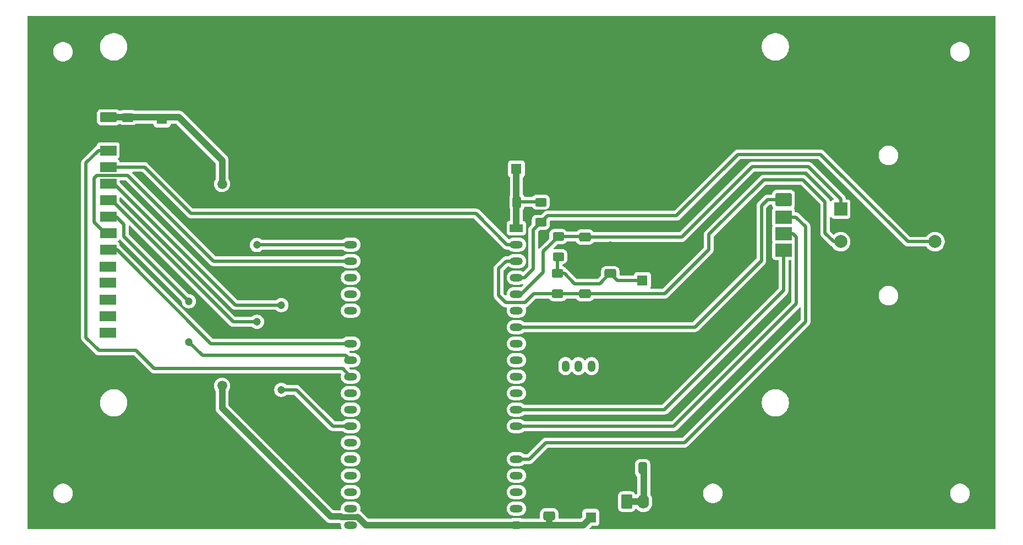
<source format=gbr>
%TF.GenerationSoftware,KiCad,Pcbnew,9.0.5*%
%TF.CreationDate,2025-10-20T17:55:58+02:00*%
%TF.ProjectId,yoradio-3,796f7261-6469-46f2-9d33-2e6b69636164,rev?*%
%TF.SameCoordinates,Original*%
%TF.FileFunction,Copper,L2,Bot*%
%TF.FilePolarity,Positive*%
%FSLAX46Y46*%
G04 Gerber Fmt 4.6, Leading zero omitted, Abs format (unit mm)*
G04 Created by KiCad (PCBNEW 9.0.5) date 2025-10-20 17:55:58*
%MOMM*%
%LPD*%
G01*
G04 APERTURE LIST*
G04 Aperture macros list*
%AMRoundRect*
0 Rectangle with rounded corners*
0 $1 Rounding radius*
0 $2 $3 $4 $5 $6 $7 $8 $9 X,Y pos of 4 corners*
0 Add a 4 corners polygon primitive as box body*
4,1,4,$2,$3,$4,$5,$6,$7,$8,$9,$2,$3,0*
0 Add four circle primitives for the rounded corners*
1,1,$1+$1,$2,$3*
1,1,$1+$1,$4,$5*
1,1,$1+$1,$6,$7*
1,1,$1+$1,$8,$9*
0 Add four rect primitives between the rounded corners*
20,1,$1+$1,$2,$3,$4,$5,0*
20,1,$1+$1,$4,$5,$6,$7,0*
20,1,$1+$1,$6,$7,$8,$9,0*
20,1,$1+$1,$8,$9,$2,$3,0*%
G04 Aperture macros list end*
%TA.AperFunction,ComponentPad*%
%ADD10RoundRect,0.170455X1.129545X-0.579545X1.129545X0.579545X-1.129545X0.579545X-1.129545X-0.579545X0*%
%TD*%
%TA.AperFunction,ComponentPad*%
%ADD11R,2.500000X1.500000*%
%TD*%
%TA.AperFunction,ComponentPad*%
%ADD12RoundRect,0.217391X1.032609X-0.782609X1.032609X0.782609X-1.032609X0.782609X-1.032609X-0.782609X0*%
%TD*%
%TA.AperFunction,ComponentPad*%
%ADD13R,2.500000X2.000000*%
%TD*%
%TA.AperFunction,ComponentPad*%
%ADD14R,2.000000X2.000000*%
%TD*%
%TA.AperFunction,ComponentPad*%
%ADD15C,2.000000*%
%TD*%
%TA.AperFunction,ComponentPad*%
%ADD16R,3.200000X2.000000*%
%TD*%
%TA.AperFunction,SMDPad,CuDef*%
%ADD17RoundRect,0.250000X0.412500X0.650000X-0.412500X0.650000X-0.412500X-0.650000X0.412500X-0.650000X0*%
%TD*%
%TA.AperFunction,SMDPad,CuDef*%
%ADD18RoundRect,0.250000X-0.625000X0.400000X-0.625000X-0.400000X0.625000X-0.400000X0.625000X0.400000X0*%
%TD*%
%TA.AperFunction,SMDPad,CuDef*%
%ADD19RoundRect,0.250000X-0.650000X0.412500X-0.650000X-0.412500X0.650000X-0.412500X0.650000X0.412500X0*%
%TD*%
%TA.AperFunction,ComponentPad*%
%ADD20R,2.000000X1.200000*%
%TD*%
%TA.AperFunction,ComponentPad*%
%ADD21O,2.000000X1.200000*%
%TD*%
%TA.AperFunction,ComponentPad*%
%ADD22R,1.600000X1.600000*%
%TD*%
%TA.AperFunction,ComponentPad*%
%ADD23C,1.600000*%
%TD*%
%TA.AperFunction,SMDPad,CuDef*%
%ADD24RoundRect,0.250000X0.650000X-0.412500X0.650000X0.412500X-0.650000X0.412500X-0.650000X-0.412500X0*%
%TD*%
%TA.AperFunction,ComponentPad*%
%ADD25RoundRect,0.250000X0.350000X0.625000X-0.350000X0.625000X-0.350000X-0.625000X0.350000X-0.625000X0*%
%TD*%
%TA.AperFunction,ComponentPad*%
%ADD26O,1.200000X1.750000*%
%TD*%
%TA.AperFunction,SMDPad,CuDef*%
%ADD27RoundRect,0.250000X0.625000X-0.400000X0.625000X0.400000X-0.625000X0.400000X-0.625000X-0.400000X0*%
%TD*%
%TA.AperFunction,ComponentPad*%
%ADD28RoundRect,0.250000X-0.620000X-0.845000X0.620000X-0.845000X0.620000X0.845000X-0.620000X0.845000X0*%
%TD*%
%TA.AperFunction,ComponentPad*%
%ADD29O,1.740000X2.190000*%
%TD*%
%TA.AperFunction,ViaPad*%
%ADD30C,1.200000*%
%TD*%
%TA.AperFunction,ViaPad*%
%ADD31C,1.500000*%
%TD*%
%TA.AperFunction,Conductor*%
%ADD32C,0.500000*%
%TD*%
%TA.AperFunction,Conductor*%
%ADD33C,1.000000*%
%TD*%
%TA.AperFunction,Conductor*%
%ADD34C,0.900000*%
%TD*%
G04 APERTURE END LIST*
D10*
%TO.P,M1,1,Vcc*%
%TO.N,+5VA*%
X94000000Y-65100000D03*
D11*
%TO.P,M1,2,GND*%
%TO.N,GND*%
X94000000Y-67650000D03*
%TO.P,M1,3,CS*%
%TO.N,cs*%
X93950000Y-70200000D03*
%TO.P,M1,4,RESET*%
%TO.N,reset*%
X93950000Y-72750000D03*
%TO.P,M1,5,DC/RS*%
%TO.N,dc{slash}rs*%
X93950000Y-75300000D03*
%TO.P,M1,6,SDI(MOSI)*%
%TO.N,sdi(mosi)*%
X93950000Y-77850000D03*
%TO.P,M1,7,SCK*%
%TO.N,sck*%
X93950000Y-80400000D03*
%TO.P,M1,8,LED*%
%TO.N,led backlight*%
X93950000Y-82950000D03*
%TO.P,M1,9,SDO(MISO)*%
%TO.N,sdo(miso)*%
X93950000Y-85500000D03*
%TO.P,M1,10,T_CLK*%
%TO.N,unconnected-(M1-T_CLK-Pad10)*%
X93900000Y-88100000D03*
%TO.P,M1,11,T_CS*%
%TO.N,unconnected-(M1-T_CS-Pad11)*%
X93900000Y-90600000D03*
%TO.P,M1,12,T_DIN*%
%TO.N,unconnected-(M1-T_DIN-Pad12)*%
X93900000Y-93150000D03*
%TO.P,M1,13,T_DO*%
%TO.N,unconnected-(M1-T_DO-Pad13)*%
X93900000Y-95700000D03*
%TO.P,M1,14,T_IRQ*%
%TO.N,unconnected-(M1-T_IRQ-Pad14)*%
X93900000Y-98250000D03*
D12*
%TO.P,M1,A,SD_CS*%
%TO.N,sd(cs)*%
X197850000Y-77750000D03*
D13*
%TO.P,M1,B,SD_MOSI*%
%TO.N,sd(mosi)*%
X197850000Y-80450000D03*
%TO.P,M1,C,SD_MISO*%
%TO.N,sd(miso)*%
X197850000Y-83050000D03*
%TO.P,M1,D,SD_SCK*%
%TO.N,sd(sck)*%
X197850000Y-85550000D03*
%TD*%
D14*
%TO.P,SW1,A,A*%
%TO.N,Net-(U1-VDET_1{slash}GPIO34{slash}ADC1_CH6)*%
X206650000Y-79250000D03*
D15*
%TO.P,SW1,B,B*%
%TO.N,Net-(U1-SENSOR_VP{slash}GPIO36{slash}ADC1_CH0)*%
X206650000Y-84250000D03*
%TO.P,SW1,C,C*%
%TO.N,GND*%
X206650000Y-81750000D03*
D16*
%TO.P,SW1,MP,MP*%
X214150000Y-76150000D03*
X214150000Y-87350000D03*
D15*
%TO.P,SW1,S1,S1*%
%TO.N,Net-(U1-SENSOR_VN{slash}GPIO39{slash}ADC1_CH3)*%
X221150000Y-84250000D03*
%TO.P,SW1,S2,S2*%
%TO.N,GND*%
X221150000Y-79250000D03*
%TD*%
D17*
%TO.P,C8,1*%
%TO.N,+3.3V*%
X156842500Y-78160000D03*
%TO.P,C8,2*%
%TO.N,GND*%
X153717500Y-78160000D03*
%TD*%
D18*
%TO.P,R1,1*%
%TO.N,+3.3V*%
X160500000Y-78160000D03*
%TO.P,R1,2*%
%TO.N,Net-(U1-SENSOR_VN{slash}GPIO39{slash}ADC1_CH3)*%
X160500000Y-81260000D03*
%TD*%
D19*
%TO.P,C5,1*%
%TO.N,+5VA*%
X96950000Y-65137500D03*
%TO.P,C5,2*%
%TO.N,GND*%
X96950000Y-68262500D03*
%TD*%
D17*
%TO.P,C10,1*%
%TO.N,+5VA*%
X176182500Y-119130000D03*
%TO.P,C10,2*%
%TO.N,GND*%
X173057500Y-119130000D03*
%TD*%
D20*
%TO.P,U1,1,3V3*%
%TO.N,+3.3V*%
X156750000Y-82160000D03*
D21*
%TO.P,U1,2,CHIP_PU*%
%TO.N,reset*%
X156750000Y-84700000D03*
%TO.P,U1,3,SENSOR_VP/GPIO36/ADC1_CH0*%
%TO.N,Net-(U1-SENSOR_VP{slash}GPIO36{slash}ADC1_CH0)*%
X156750000Y-87240000D03*
%TO.P,U1,4,SENSOR_VN/GPIO39/ADC1_CH3*%
%TO.N,Net-(U1-SENSOR_VN{slash}GPIO39{slash}ADC1_CH3)*%
X156750000Y-89780000D03*
%TO.P,U1,5,VDET_1/GPIO34/ADC1_CH6*%
%TO.N,Net-(U1-VDET_1{slash}GPIO34{slash}ADC1_CH6)*%
X156750000Y-92320000D03*
%TO.P,U1,6,VDET_2/GPIO35/ADC1_CH7*%
%TO.N,unconnected-(U1-VDET_2{slash}GPIO35{slash}ADC1_CH7-Pad6)*%
X156750000Y-94860000D03*
%TO.P,U1,7,32K_XP/GPIO32/ADC1_CH4*%
%TO.N,sd(cs)*%
X156750000Y-97400000D03*
%TO.P,U1,8,32K_XN/GPIO33/ADC1_CH5*%
%TO.N,unconnected-(U1-32K_XN{slash}GPIO33{slash}ADC1_CH5-Pad8)*%
X156750000Y-99940000D03*
%TO.P,U1,9,DAC_1/ADC2_CH8/GPIO25*%
%TO.N,Net-(J2-Pin_2)*%
X156750000Y-102480000D03*
%TO.P,U1,10,DAC_2/ADC2_CH9/GPIO26*%
%TO.N,Net-(J2-Pin_4)*%
X156750000Y-105020000D03*
%TO.P,U1,11,ADC2_CH7/GPIO27*%
%TO.N,Net-(J2-Pin_3)*%
X156750000Y-107560000D03*
%TO.P,U1,12,MTMS/GPIO14/ADC2_CH6*%
%TO.N,sd(sck)*%
X156750000Y-110100000D03*
%TO.P,U1,13,MTDI/GPIO12/ADC2_CH5*%
%TO.N,sd(miso)*%
X156750000Y-112640000D03*
%TO.P,U1,14,GND*%
%TO.N,GND*%
X156750000Y-115180000D03*
%TO.P,U1,15,MTCK/GPIO13/ADC2_CH4*%
%TO.N,sd(mosi)*%
X156750000Y-117720000D03*
%TO.P,U1,16,SD_DATA2/GPIO9*%
%TO.N,unconnected-(U1-SD_DATA2{slash}GPIO9-Pad16)*%
X156750000Y-120260000D03*
%TO.P,U1,17,SD_DATA3/GPIO10*%
%TO.N,unconnected-(U1-SD_DATA3{slash}GPIO10-Pad17)*%
X156750000Y-122800000D03*
%TO.P,U1,18,CMD*%
%TO.N,unconnected-(U1-CMD-Pad18)*%
X156750000Y-125340000D03*
%TO.P,U1,19,5V*%
%TO.N,+5VA*%
X156750000Y-127880000D03*
%TO.P,U1,20,SD_CLK/GPIO6*%
%TO.N,unconnected-(U1-SD_CLK{slash}GPIO6-Pad20)*%
X131250000Y-127877280D03*
%TO.P,U1,21,SD_DATA0/GPIO7*%
%TO.N,unconnected-(U1-SD_DATA0{slash}GPIO7-Pad21)*%
X131250000Y-125337280D03*
%TO.P,U1,22,SD_DATA1/GPIO8*%
%TO.N,unconnected-(U1-SD_DATA1{slash}GPIO8-Pad22)*%
X131250000Y-122800000D03*
%TO.P,U1,23,MTDO/GPIO15/ADC2_CH3*%
%TO.N,unconnected-(U1-MTDO{slash}GPIO15{slash}ADC2_CH3-Pad23)*%
X131250000Y-120260000D03*
%TO.P,U1,24,ADC2_CH2/GPIO2*%
%TO.N,unconnected-(U1-ADC2_CH2{slash}GPIO2-Pad24)*%
X131250000Y-117720000D03*
%TO.P,U1,25,GPIO0/BOOT/ADC2_CH1*%
%TO.N,unconnected-(U1-GPIO0{slash}BOOT{slash}ADC2_CH1-Pad25)*%
X131250000Y-115180000D03*
%TO.P,U1,26,ADC2_CH0/GPIO4*%
%TO.N,dc{slash}rs*%
X131250000Y-112640000D03*
%TO.P,U1,27,GPIO16*%
%TO.N,unconnected-(U1-GPIO16-Pad27)*%
X131250000Y-110100000D03*
%TO.P,U1,28,GPIO17*%
%TO.N,unconnected-(U1-GPIO17-Pad28)*%
X131250000Y-107560000D03*
%TO.P,U1,29,GPIO5*%
%TO.N,cs*%
X131250000Y-105020000D03*
%TO.P,U1,30,GPIO18*%
%TO.N,sck*%
X131250000Y-102480000D03*
%TO.P,U1,31,GPIO19*%
%TO.N,sdo(miso)*%
X131250000Y-99940000D03*
%TO.P,U1,32,GND*%
%TO.N,GND*%
X131250000Y-97400000D03*
%TO.P,U1,33,GPIO21*%
%TO.N,unconnected-(U1-GPIO21-Pad33)*%
X131250000Y-94860000D03*
%TO.P,U1,34,U0RXD/GPIO3*%
%TO.N,unconnected-(U1-U0RXD{slash}GPIO3-Pad34)*%
X131250000Y-92360000D03*
%TO.P,U1,35,U0TXD/GPIO1*%
%TO.N,unconnected-(U1-U0TXD{slash}GPIO1-Pad35)*%
X131250000Y-89760000D03*
%TO.P,U1,36,GPIO22*%
%TO.N,led backlight*%
X131250000Y-87240000D03*
%TO.P,U1,37,GPIO23*%
%TO.N,sdi(mosi)*%
X131250000Y-84700000D03*
%TO.P,U1,38,GND*%
%TO.N,GND*%
X131250000Y-82160000D03*
%TD*%
D22*
%TO.P,C6,1*%
%TO.N,+5VA*%
X168200000Y-126700000D03*
D23*
%TO.P,C6,2*%
%TO.N,GND*%
X168200000Y-121700000D03*
%TD*%
D18*
%TO.P,R3,1*%
%TO.N,+3.3V*%
X163100000Y-89150000D03*
%TO.P,R3,2*%
%TO.N,Net-(U1-SENSOR_VP{slash}GPIO36{slash}ADC1_CH0)*%
X163100000Y-92250000D03*
%TD*%
D22*
%TO.P,C2,1*%
%TO.N,+3.3V*%
X156760139Y-73030000D03*
D23*
%TO.P,C2,2*%
%TO.N,GND*%
X151760139Y-73030000D03*
%TD*%
D24*
%TO.P,C4,1*%
%TO.N,Net-(U1-SENSOR_VP{slash}GPIO36{slash}ADC1_CH0)*%
X167300000Y-92262500D03*
%TO.P,C4,2*%
%TO.N,GND*%
X167300000Y-89137500D03*
%TD*%
D25*
%TO.P,J2,1,Pin_1*%
%TO.N,GND*%
X170300000Y-103400000D03*
D26*
%TO.P,J2,2,Pin_2*%
%TO.N,Net-(J2-Pin_2)*%
X168300000Y-103400000D03*
%TO.P,J2,3,Pin_3*%
%TO.N,Net-(J2-Pin_3)*%
X166300000Y-103400000D03*
%TO.P,J2,4,Pin_4*%
%TO.N,Net-(J2-Pin_4)*%
X164300000Y-103400000D03*
%TD*%
D24*
%TO.P,C1,1*%
%TO.N,+3.3V*%
X171200000Y-89162500D03*
%TO.P,C1,2*%
%TO.N,GND*%
X171200000Y-86037500D03*
%TD*%
%TO.P,C7,1*%
%TO.N,+5VA*%
X161800000Y-126462500D03*
%TO.P,C7,2*%
%TO.N,GND*%
X161800000Y-123337500D03*
%TD*%
D27*
%TO.P,R2,1*%
%TO.N,+3.3V*%
X163200000Y-86550000D03*
%TO.P,R2,2*%
%TO.N,Net-(U1-VDET_1{slash}GPIO34{slash}ADC1_CH6)*%
X163200000Y-83450000D03*
%TD*%
D19*
%TO.P,C3,1*%
%TO.N,Net-(U1-VDET_1{slash}GPIO34{slash}ADC1_CH6)*%
X167300000Y-83537500D03*
%TO.P,C3,2*%
%TO.N,GND*%
X167300000Y-86662500D03*
%TD*%
D22*
%TO.P,C11,1*%
%TO.N,+5VA*%
X102230000Y-65349862D03*
D23*
%TO.P,C11,2*%
%TO.N,GND*%
X102230000Y-70349862D03*
%TD*%
D22*
%TO.P,C9,1*%
%TO.N,+3.3V*%
X176150000Y-90220139D03*
D23*
%TO.P,C9,2*%
%TO.N,GND*%
X176150000Y-85220139D03*
%TD*%
D28*
%TO.P,J1,1,Pin_1*%
%TO.N,+5VA*%
X173740000Y-124280000D03*
D29*
%TO.P,J1,2,Pin_2*%
X176280000Y-124280000D03*
%TO.P,J1,3,Pin_3*%
%TO.N,GND*%
X178820000Y-124280000D03*
%TO.P,J1,4,Pin_4*%
X181360000Y-124280000D03*
%TD*%
D30*
%TO.N,GND*%
X167500000Y-87900000D03*
X158300000Y-115200000D03*
X171200000Y-84800000D03*
X95600000Y-67600000D03*
X129700000Y-97400000D03*
X152300000Y-78200000D03*
X171600000Y-119200000D03*
X132800000Y-82200000D03*
X97000000Y-69500000D03*
X155200000Y-115200000D03*
X129700000Y-82200000D03*
X132800000Y-97400000D03*
X92200000Y-67600000D03*
X161800000Y-121900000D03*
%TO.N,sck*%
X106375000Y-93425000D03*
X106380000Y-99670000D03*
%TO.N,sdi(mosi)*%
X116830000Y-96590000D03*
X116830000Y-84760000D03*
%TO.N,dc{slash}rs*%
X120600000Y-107050000D03*
X120600000Y-94000000D03*
D31*
%TO.N,+5VA*%
X111470000Y-106420000D03*
X111480000Y-75370000D03*
%TD*%
D32*
%TO.N,GND*%
X171212500Y-86050000D02*
X171200000Y-86037500D01*
X167592500Y-86370000D02*
X167300000Y-86662500D01*
X171200000Y-86037500D02*
X170867500Y-86370000D01*
D33*
%TO.N,+3.3V*%
X156760000Y-73560139D02*
X156760000Y-77597500D01*
D32*
X171200000Y-89162500D02*
X171137500Y-89162500D01*
X165700000Y-90700000D02*
X164150000Y-89150000D01*
X169600000Y-90700000D02*
X165700000Y-90700000D01*
X164150000Y-89150000D02*
X163100000Y-89150000D01*
D33*
X156750000Y-82160000D02*
X156750000Y-78612500D01*
D32*
X172257639Y-90220139D02*
X171200000Y-89162500D01*
X160440000Y-78100000D02*
X160500000Y-78160000D01*
X163100000Y-89150000D02*
X163100000Y-86650000D01*
X176150000Y-90220139D02*
X172257639Y-90220139D01*
D33*
X156760139Y-73560000D02*
X156760000Y-73560139D01*
D32*
X156762500Y-78100000D02*
X160440000Y-78100000D01*
X163100000Y-86650000D02*
X163200000Y-86550000D01*
X171137500Y-89162500D02*
X169600000Y-90700000D01*
D33*
X156760139Y-73030000D02*
X156760139Y-73560000D01*
D32*
%TO.N,Net-(U1-VDET_1{slash}GPIO34{slash}ADC1_CH6)*%
X157480000Y-92320000D02*
X160880000Y-88920000D01*
X160880000Y-88920000D02*
X160880000Y-85770000D01*
X201700000Y-72700000D02*
X206650000Y-77650000D01*
X163200000Y-83450000D02*
X167212500Y-83450000D01*
X193000000Y-72700000D02*
X201700000Y-72700000D01*
X156750000Y-92320000D02*
X157480000Y-92320000D01*
X182162500Y-83537500D02*
X193000000Y-72700000D01*
X160880000Y-85770000D02*
X163200000Y-83450000D01*
X167300000Y-83537500D02*
X182162500Y-83537500D01*
X206650000Y-77650000D02*
X206650000Y-79250000D01*
X167212500Y-83450000D02*
X167300000Y-83537500D01*
%TO.N,Net-(U1-SENSOR_VP{slash}GPIO36{slash}ADC1_CH0)*%
X159450000Y-92250000D02*
X158100000Y-93600000D01*
X167287500Y-92250000D02*
X167300000Y-92262500D01*
X167300000Y-92262500D02*
X179537500Y-92262500D01*
X186350000Y-85450000D02*
X186350000Y-83150000D01*
X200850000Y-74700000D02*
X204250000Y-78100000D01*
X158100000Y-93600000D02*
X155100000Y-93600000D01*
X204250000Y-82950000D02*
X205550000Y-84250000D01*
X204250000Y-78100000D02*
X204250000Y-82950000D01*
X179537500Y-92262500D02*
X186350000Y-85450000D01*
X194800000Y-74700000D02*
X200850000Y-74700000D01*
X155100000Y-93600000D02*
X154000000Y-92500000D01*
X154000000Y-88400000D02*
X155160000Y-87240000D01*
X186350000Y-83150000D02*
X194800000Y-74700000D01*
X154000000Y-92500000D02*
X154000000Y-88400000D01*
X163100000Y-92250000D02*
X159450000Y-92250000D01*
X155160000Y-87240000D02*
X156750000Y-87240000D01*
X163100000Y-92250000D02*
X167287500Y-92250000D01*
X205550000Y-84250000D02*
X206650000Y-84250000D01*
%TO.N,sck*%
X108420000Y-101710000D02*
X106380000Y-99670000D01*
X95160000Y-80400000D02*
X96380000Y-81620000D01*
X96380000Y-83430000D02*
X106375000Y-93425000D01*
X92950000Y-80450000D02*
X93000000Y-80400000D01*
X130480000Y-101710000D02*
X129790000Y-101710000D01*
X129790000Y-101710000D02*
X108420000Y-101710000D01*
X93950000Y-80400000D02*
X95160000Y-80400000D01*
X131250000Y-102480000D02*
X130480000Y-101710000D01*
X96380000Y-81620000D02*
X96380000Y-83430000D01*
%TO.N,cs*%
X90520000Y-72130000D02*
X90520000Y-99010000D01*
X130030000Y-103800000D02*
X131250000Y-105020000D01*
X101050000Y-103800000D02*
X130030000Y-103800000D01*
X92450000Y-70200000D02*
X90520000Y-72130000D01*
X92510000Y-101000000D02*
X98250000Y-101000000D01*
X98250000Y-101000000D02*
X101050000Y-103800000D01*
X90520000Y-99010000D02*
X92510000Y-101000000D01*
X93950000Y-70200000D02*
X92450000Y-70200000D01*
%TO.N,sd(cs)*%
X184200000Y-97400000D02*
X156750000Y-97400000D01*
X194450000Y-78700000D02*
X194450000Y-87150000D01*
X195400000Y-77750000D02*
X194450000Y-78700000D01*
X197850000Y-77750000D02*
X195400000Y-77750000D01*
X194450000Y-87150000D02*
X184200000Y-97400000D01*
%TO.N,sdi(mosi)*%
X113190000Y-96590000D02*
X94500000Y-77900000D01*
X116890000Y-84700000D02*
X116830000Y-84760000D01*
X116830000Y-96590000D02*
X113190000Y-96590000D01*
X94500000Y-77900000D02*
X92950000Y-77900000D01*
X131250000Y-84700000D02*
X116890000Y-84700000D01*
%TO.N,dc{slash}rs*%
X120600000Y-107050000D02*
X122900000Y-107050000D01*
X94840000Y-75300000D02*
X93950000Y-75300000D01*
X93950000Y-75300000D02*
X93900000Y-75350000D01*
X128490000Y-112640000D02*
X131250000Y-112640000D01*
X113540000Y-94000000D02*
X94840000Y-75300000D01*
X120600000Y-94000000D02*
X113540000Y-94000000D01*
X122900000Y-107050000D02*
X128490000Y-112640000D01*
X93900000Y-75350000D02*
X92950000Y-75350000D01*
%TO.N,sdo(miso)*%
X93950000Y-85500000D02*
X93900000Y-85550000D01*
X95300000Y-85500000D02*
X93950000Y-85500000D01*
X131250000Y-99940000D02*
X109740000Y-99940000D01*
X109740000Y-99940000D02*
X95300000Y-85500000D01*
%TO.N,led backlight*%
X96930000Y-74030000D02*
X110140000Y-87240000D01*
X92220000Y-74030000D02*
X96930000Y-74030000D01*
X91770000Y-74480000D02*
X92220000Y-74030000D01*
X93950000Y-82950000D02*
X93450000Y-82950000D01*
X91770000Y-81270000D02*
X91770000Y-74480000D01*
X110140000Y-87240000D02*
X131250000Y-87240000D01*
X93450000Y-82950000D02*
X91770000Y-81270000D01*
X94850000Y-82950000D02*
X93950000Y-82950000D01*
%TO.N,reset*%
X150510000Y-79900000D02*
X155310000Y-84700000D01*
X106700000Y-79900000D02*
X150510000Y-79900000D01*
X99550000Y-72750000D02*
X106700000Y-79900000D01*
X155310000Y-84700000D02*
X156750000Y-84700000D01*
X93950000Y-72750000D02*
X94000000Y-72800000D01*
X93950000Y-72750000D02*
X99550000Y-72750000D01*
%TO.N,Net-(U1-SENSOR_VN{slash}GPIO39{slash}ADC1_CH3)*%
X158020000Y-89780000D02*
X156750000Y-89780000D01*
X217000000Y-84250000D02*
X203550000Y-70800000D01*
X160500000Y-81260000D02*
X159320000Y-82440000D01*
X161510000Y-80250000D02*
X160500000Y-81260000D01*
X181400000Y-80250000D02*
X161510000Y-80250000D01*
X190850000Y-70800000D02*
X181400000Y-80250000D01*
X159320000Y-88480000D02*
X158020000Y-89780000D01*
X159320000Y-82440000D02*
X159320000Y-88480000D01*
X221150000Y-84250000D02*
X217000000Y-84250000D01*
X203550000Y-70800000D02*
X190850000Y-70800000D01*
%TO.N,sd(mosi)*%
X197850000Y-80450000D02*
X199750000Y-80450000D01*
X161300000Y-115200000D02*
X158780000Y-117720000D01*
X201250000Y-81950000D02*
X201250000Y-96550000D01*
X158780000Y-117720000D02*
X156750000Y-117720000D01*
X201250000Y-96550000D02*
X182600000Y-115200000D01*
X182600000Y-115200000D02*
X161300000Y-115200000D01*
X199750000Y-80450000D02*
X201250000Y-81950000D01*
%TO.N,sd(miso)*%
X197850000Y-83050000D02*
X199300000Y-83050000D01*
X199300000Y-83050000D02*
X199800000Y-83550000D01*
X156760000Y-112650000D02*
X156750000Y-112640000D01*
X199800000Y-83550000D02*
X199800000Y-93800000D01*
X199800000Y-93800000D02*
X180950000Y-112650000D01*
X180950000Y-112650000D02*
X156760000Y-112650000D01*
%TO.N,sd(sck)*%
X197850000Y-85550000D02*
X197850000Y-91750000D01*
X179500000Y-110100000D02*
X156750000Y-110100000D01*
X197850000Y-91750000D02*
X179500000Y-110100000D01*
D34*
%TO.N,+5VA*%
X132400000Y-126700000D02*
X132287280Y-126587280D01*
D33*
X161740000Y-127880000D02*
X161790000Y-127830000D01*
X167010000Y-127890000D02*
X168200000Y-126700000D01*
X161800000Y-126462500D02*
X161790000Y-126472500D01*
X111470000Y-109870000D02*
X128187280Y-126587280D01*
X176450000Y-124150000D02*
X176400000Y-124200000D01*
X133580000Y-127880000D02*
X132400000Y-126700000D01*
X133580000Y-127880000D02*
X156750000Y-127880000D01*
X161790000Y-127830000D02*
X161850000Y-127890000D01*
X161850000Y-127890000D02*
X167010000Y-127890000D01*
X111480000Y-75370000D02*
X111480000Y-71730000D01*
X111470000Y-106420000D02*
X111470000Y-109870000D01*
X176337500Y-124177500D02*
X176460000Y-124300000D01*
X161790000Y-126472500D02*
X161790000Y-127830000D01*
X156750000Y-127880000D02*
X161740000Y-127880000D01*
X111480000Y-71730000D02*
X104850000Y-65100000D01*
X176337500Y-119050000D02*
X176337500Y-124177500D01*
X128187280Y-126587280D02*
X129700000Y-126587280D01*
X104850000Y-65100000D02*
X94175000Y-65100000D01*
X173740000Y-124280000D02*
X176280000Y-124280000D01*
D34*
X132293640Y-126600000D02*
X129706360Y-126600000D01*
%TD*%
%TA.AperFunction,Conductor*%
%TO.N,GND*%
G36*
X201404809Y-73470185D02*
G01*
X201425451Y-73486819D01*
X205516808Y-77578175D01*
X205550293Y-77639498D01*
X205545309Y-77709190D01*
X205503437Y-77765123D01*
X205472460Y-77782038D01*
X205407671Y-77806202D01*
X205407664Y-77806206D01*
X205292455Y-77892452D01*
X205207426Y-78006036D01*
X205151492Y-78047906D01*
X205081801Y-78052890D01*
X205020478Y-78019404D01*
X204986993Y-77958081D01*
X204986543Y-77955916D01*
X204971659Y-77881092D01*
X204971658Y-77881091D01*
X204971658Y-77881087D01*
X204971656Y-77881082D01*
X204915087Y-77744511D01*
X204915080Y-77744498D01*
X204832952Y-77621585D01*
X204787446Y-77576079D01*
X204728416Y-77517049D01*
X204728415Y-77517048D01*
X204032600Y-76821233D01*
X201328421Y-74117052D01*
X201328420Y-74117051D01*
X201328414Y-74117047D01*
X201236913Y-74055909D01*
X201205495Y-74034916D01*
X201205493Y-74034915D01*
X201205490Y-74034913D01*
X201068917Y-73978343D01*
X201068907Y-73978340D01*
X200923920Y-73949500D01*
X200923918Y-73949500D01*
X194726082Y-73949500D01*
X194726076Y-73949500D01*
X194697242Y-73955234D01*
X194697243Y-73955235D01*
X194581093Y-73978339D01*
X194581083Y-73978342D01*
X194501081Y-74011479D01*
X194501082Y-74011480D01*
X194444505Y-74034915D01*
X194362372Y-74089795D01*
X194321585Y-74117047D01*
X194321581Y-74117050D01*
X185767048Y-82671583D01*
X185764464Y-82675451D01*
X185727572Y-82730666D01*
X185707392Y-82760868D01*
X185684916Y-82794504D01*
X185684912Y-82794511D01*
X185628343Y-82931082D01*
X185628340Y-82931092D01*
X185599500Y-83076079D01*
X185599500Y-85087770D01*
X185579815Y-85154809D01*
X185563181Y-85175451D01*
X179262951Y-91475681D01*
X179201628Y-91509166D01*
X179175270Y-91512000D01*
X177454720Y-91512000D01*
X177387681Y-91492315D01*
X177341926Y-91439511D01*
X177331982Y-91370353D01*
X177355454Y-91313689D01*
X177393793Y-91262474D01*
X177393792Y-91262474D01*
X177393796Y-91262470D01*
X177444091Y-91127622D01*
X177450500Y-91068012D01*
X177450499Y-89372267D01*
X177444091Y-89312656D01*
X177440142Y-89302069D01*
X177393797Y-89177810D01*
X177393793Y-89177803D01*
X177307547Y-89062594D01*
X177307544Y-89062591D01*
X177192335Y-88976345D01*
X177192328Y-88976341D01*
X177057482Y-88926047D01*
X177057483Y-88926047D01*
X176997883Y-88919640D01*
X176997881Y-88919639D01*
X176997873Y-88919639D01*
X176997864Y-88919639D01*
X175302129Y-88919639D01*
X175302123Y-88919640D01*
X175242516Y-88926047D01*
X175107671Y-88976341D01*
X175107664Y-88976345D01*
X174992455Y-89062591D01*
X174992452Y-89062594D01*
X174906206Y-89177803D01*
X174906202Y-89177810D01*
X174858142Y-89306668D01*
X174855909Y-89312656D01*
X174850937Y-89358896D01*
X174824201Y-89423445D01*
X174766809Y-89463293D01*
X174727649Y-89469639D01*
X172724500Y-89469639D01*
X172657461Y-89449954D01*
X172611706Y-89397150D01*
X172600500Y-89345639D01*
X172600499Y-88699998D01*
X172600498Y-88699980D01*
X172589999Y-88597203D01*
X172589998Y-88597200D01*
X172580008Y-88567052D01*
X172534814Y-88430666D01*
X172442712Y-88281344D01*
X172318656Y-88157288D01*
X172225888Y-88100069D01*
X172169336Y-88065187D01*
X172169331Y-88065185D01*
X172167862Y-88064698D01*
X172002797Y-88010001D01*
X172002795Y-88010000D01*
X171900010Y-87999500D01*
X170499998Y-87999500D01*
X170499981Y-87999501D01*
X170397203Y-88010000D01*
X170397200Y-88010001D01*
X170230668Y-88065185D01*
X170230663Y-88065187D01*
X170081342Y-88157289D01*
X169957289Y-88281342D01*
X169865187Y-88430663D01*
X169865185Y-88430668D01*
X169855441Y-88460075D01*
X169810001Y-88597203D01*
X169810001Y-88597204D01*
X169810000Y-88597204D01*
X169799500Y-88699983D01*
X169799500Y-89387769D01*
X169779815Y-89454808D01*
X169763181Y-89475450D01*
X169325451Y-89913181D01*
X169264128Y-89946666D01*
X169237770Y-89949500D01*
X166062230Y-89949500D01*
X165995191Y-89929815D01*
X165974549Y-89913181D01*
X164628421Y-88567052D01*
X164628414Y-88567046D01*
X164559083Y-88520721D01*
X164559074Y-88520716D01*
X164554331Y-88517547D01*
X164505495Y-88484916D01*
X164452986Y-88463166D01*
X164447288Y-88460075D01*
X164426924Y-88439823D01*
X164404559Y-88421800D01*
X164400885Y-88416190D01*
X164317712Y-88281344D01*
X164193656Y-88157288D01*
X164100888Y-88100069D01*
X164044336Y-88065187D01*
X164044335Y-88065186D01*
X164044334Y-88065186D01*
X163972963Y-88041536D01*
X163935495Y-88029120D01*
X163915460Y-88015248D01*
X163893297Y-88005127D01*
X163887249Y-87995716D01*
X163878050Y-87989347D01*
X163868695Y-87966845D01*
X163855523Y-87946349D01*
X163853064Y-87929247D01*
X163851228Y-87924831D01*
X163850500Y-87911414D01*
X163850500Y-87814981D01*
X163870185Y-87747942D01*
X163922989Y-87702187D01*
X163961899Y-87691623D01*
X163962391Y-87691572D01*
X163977797Y-87689999D01*
X164144334Y-87634814D01*
X164293656Y-87542712D01*
X164417712Y-87418656D01*
X164509814Y-87269334D01*
X164564999Y-87102797D01*
X164575500Y-87000009D01*
X164575499Y-86099992D01*
X164573545Y-86080867D01*
X164564999Y-85997203D01*
X164564998Y-85997200D01*
X164542207Y-85928421D01*
X164509814Y-85830666D01*
X164417712Y-85681344D01*
X164293656Y-85557288D01*
X164144334Y-85465186D01*
X163977797Y-85410001D01*
X163977795Y-85410000D01*
X163875016Y-85399500D01*
X162611227Y-85399500D01*
X162544188Y-85379815D01*
X162498433Y-85327011D01*
X162488489Y-85257853D01*
X162517514Y-85194297D01*
X162523523Y-85187843D01*
X163074548Y-84636817D01*
X163135871Y-84603333D01*
X163162229Y-84600499D01*
X163875002Y-84600499D01*
X163875008Y-84600499D01*
X163977797Y-84589999D01*
X164144334Y-84534814D01*
X164293656Y-84442712D01*
X164417712Y-84318656D01*
X164454259Y-84259402D01*
X164506207Y-84212679D01*
X164559798Y-84200500D01*
X165854092Y-84200500D01*
X165921131Y-84220185D01*
X165959636Y-84264271D01*
X165961395Y-84263187D01*
X165965185Y-84269332D01*
X165965186Y-84269334D01*
X166057288Y-84418656D01*
X166181344Y-84542712D01*
X166330666Y-84634814D01*
X166497203Y-84689999D01*
X166599991Y-84700500D01*
X168000008Y-84700499D01*
X168102797Y-84689999D01*
X168269334Y-84634814D01*
X168418656Y-84542712D01*
X168542712Y-84418656D01*
X168586970Y-84346902D01*
X168638917Y-84300179D01*
X168692508Y-84288000D01*
X182236420Y-84288000D01*
X182335288Y-84268333D01*
X182381413Y-84259158D01*
X182517995Y-84202584D01*
X182585494Y-84157483D01*
X182640916Y-84120452D01*
X193274548Y-73486818D01*
X193335871Y-73453334D01*
X193362229Y-73450500D01*
X201337770Y-73450500D01*
X201404809Y-73470185D01*
G37*
%TD.AperFunction*%
%TA.AperFunction,Conductor*%
G36*
X230442539Y-49520185D02*
G01*
X230488294Y-49572989D01*
X230499500Y-49624500D01*
X230499500Y-128375500D01*
X230479815Y-128442539D01*
X230427011Y-128488294D01*
X230375500Y-128499500D01*
X168114782Y-128499500D01*
X168047743Y-128479815D01*
X168001988Y-128427011D01*
X167992044Y-128357853D01*
X168021069Y-128294297D01*
X168027101Y-128287819D01*
X168278101Y-128036818D01*
X168339424Y-128003333D01*
X168365782Y-128000499D01*
X169047871Y-128000499D01*
X169047872Y-128000499D01*
X169107483Y-127994091D01*
X169242331Y-127943796D01*
X169357546Y-127857546D01*
X169443796Y-127742331D01*
X169494091Y-127607483D01*
X169500500Y-127547873D01*
X169500499Y-125852128D01*
X169494091Y-125792517D01*
X169487591Y-125775090D01*
X169443797Y-125657671D01*
X169443793Y-125657664D01*
X169357547Y-125542455D01*
X169357544Y-125542452D01*
X169242335Y-125456206D01*
X169242328Y-125456202D01*
X169107482Y-125405908D01*
X169107483Y-125405908D01*
X169047883Y-125399501D01*
X169047881Y-125399500D01*
X169047873Y-125399500D01*
X169047864Y-125399500D01*
X167352129Y-125399500D01*
X167352123Y-125399501D01*
X167292516Y-125405908D01*
X167157671Y-125456202D01*
X167157664Y-125456206D01*
X167042455Y-125542452D01*
X167042452Y-125542455D01*
X166956206Y-125657664D01*
X166956202Y-125657671D01*
X166905908Y-125792517D01*
X166900615Y-125841754D01*
X166899501Y-125852123D01*
X166899500Y-125852135D01*
X166899500Y-126534217D01*
X166879815Y-126601256D01*
X166863181Y-126621898D01*
X166631899Y-126853181D01*
X166570576Y-126886666D01*
X166544218Y-126889500D01*
X163324500Y-126889500D01*
X163257461Y-126869815D01*
X163211706Y-126817011D01*
X163200500Y-126765500D01*
X163200499Y-125999998D01*
X163200498Y-125999980D01*
X163189999Y-125897203D01*
X163189998Y-125897200D01*
X163182807Y-125875498D01*
X163134814Y-125730666D01*
X163042712Y-125581344D01*
X162918656Y-125457288D01*
X162769334Y-125365186D01*
X162602797Y-125310001D01*
X162602795Y-125310000D01*
X162500010Y-125299500D01*
X161099998Y-125299500D01*
X161099981Y-125299501D01*
X160997203Y-125310000D01*
X160997200Y-125310001D01*
X160830668Y-125365185D01*
X160830663Y-125365187D01*
X160681342Y-125457289D01*
X160557289Y-125581342D01*
X160465187Y-125730663D01*
X160465185Y-125730668D01*
X160438960Y-125809812D01*
X160410001Y-125897203D01*
X160410001Y-125897204D01*
X160410000Y-125897204D01*
X160399500Y-125999983D01*
X160399500Y-125999991D01*
X160399500Y-126413402D01*
X160399501Y-126755500D01*
X160379817Y-126822539D01*
X160327013Y-126868294D01*
X160275501Y-126879500D01*
X157640237Y-126879500D01*
X157583941Y-126865984D01*
X157572449Y-126860128D01*
X157456762Y-126822539D01*
X157407701Y-126806598D01*
X157407699Y-126806597D01*
X157407698Y-126806597D01*
X157276271Y-126785781D01*
X157236611Y-126779500D01*
X156263389Y-126779500D01*
X156223728Y-126785781D01*
X156092302Y-126806597D01*
X155927550Y-126860128D01*
X155916059Y-126865984D01*
X155859763Y-126879500D01*
X134045782Y-126879500D01*
X133978743Y-126859815D01*
X133958101Y-126843181D01*
X133037784Y-125922863D01*
X133037780Y-125922860D01*
X132873920Y-125813372D01*
X132873910Y-125813367D01*
X132795692Y-125780968D01*
X132774254Y-125769509D01*
X132763926Y-125762608D01*
X132719121Y-125708996D01*
X132710414Y-125639671D01*
X132714887Y-125621186D01*
X132723402Y-125594981D01*
X132750500Y-125423891D01*
X132750500Y-125253389D01*
X155249500Y-125253389D01*
X155249500Y-125426611D01*
X155252200Y-125443657D01*
X155276166Y-125594978D01*
X155276598Y-125597701D01*
X155319801Y-125730666D01*
X155330128Y-125762447D01*
X155356073Y-125813367D01*
X155408768Y-125916788D01*
X155510586Y-126056928D01*
X155633072Y-126179414D01*
X155773212Y-126281232D01*
X155927555Y-126359873D01*
X156092299Y-126413402D01*
X156263389Y-126440500D01*
X156263390Y-126440500D01*
X157236610Y-126440500D01*
X157236611Y-126440500D01*
X157407701Y-126413402D01*
X157572445Y-126359873D01*
X157726788Y-126281232D01*
X157866928Y-126179414D01*
X157989414Y-126056928D01*
X158091232Y-125916788D01*
X158169873Y-125762445D01*
X158223402Y-125597701D01*
X158250500Y-125426611D01*
X158250500Y-125253389D01*
X158223402Y-125082299D01*
X158169873Y-124917555D01*
X158091232Y-124763212D01*
X157989414Y-124623072D01*
X157866928Y-124500586D01*
X157726788Y-124398768D01*
X157572445Y-124320127D01*
X157407701Y-124266598D01*
X157407699Y-124266597D01*
X157407698Y-124266597D01*
X157276271Y-124245781D01*
X157236611Y-124239500D01*
X156263389Y-124239500D01*
X156223728Y-124245781D01*
X156092302Y-124266597D01*
X155927552Y-124320128D01*
X155773211Y-124398768D01*
X155693256Y-124456859D01*
X155633072Y-124500586D01*
X155633070Y-124500588D01*
X155633069Y-124500588D01*
X155510588Y-124623069D01*
X155510588Y-124623070D01*
X155510586Y-124623072D01*
X155466859Y-124683256D01*
X155408768Y-124763211D01*
X155330128Y-124917552D01*
X155276597Y-125082302D01*
X155261915Y-125175001D01*
X155249500Y-125253389D01*
X132750500Y-125253389D01*
X132750500Y-125250669D01*
X132723402Y-125079579D01*
X132669873Y-124914835D01*
X132591232Y-124760492D01*
X132489414Y-124620352D01*
X132366928Y-124497866D01*
X132226788Y-124396048D01*
X132072445Y-124317407D01*
X131907701Y-124263878D01*
X131907699Y-124263877D01*
X131907698Y-124263877D01*
X131753784Y-124239500D01*
X131736611Y-124236780D01*
X130763389Y-124236780D01*
X130746216Y-124239500D01*
X130592302Y-124263877D01*
X130427552Y-124317408D01*
X130273211Y-124396048D01*
X130193256Y-124454139D01*
X130133072Y-124497866D01*
X130133070Y-124497868D01*
X130133069Y-124497868D01*
X130010588Y-124620349D01*
X130010588Y-124620350D01*
X130010586Y-124620352D01*
X130008610Y-124623072D01*
X129908768Y-124760491D01*
X129830128Y-124914832D01*
X129776597Y-125079582D01*
X129749500Y-125250669D01*
X129749500Y-125423891D01*
X129752587Y-125443383D01*
X129743631Y-125512677D01*
X129698634Y-125566128D01*
X129631883Y-125586767D01*
X129630113Y-125586780D01*
X128653062Y-125586780D01*
X128586023Y-125567095D01*
X128565381Y-125550461D01*
X125728309Y-122713389D01*
X129749500Y-122713389D01*
X129749500Y-122886610D01*
X129768798Y-123008458D01*
X129776598Y-123057701D01*
X129830127Y-123222445D01*
X129908768Y-123376788D01*
X130010586Y-123516928D01*
X130133072Y-123639414D01*
X130273212Y-123741232D01*
X130427555Y-123819873D01*
X130592299Y-123873402D01*
X130763389Y-123900500D01*
X130763390Y-123900500D01*
X131736610Y-123900500D01*
X131736611Y-123900500D01*
X131907701Y-123873402D01*
X132072445Y-123819873D01*
X132226788Y-123741232D01*
X132366928Y-123639414D01*
X132489414Y-123516928D01*
X132591232Y-123376788D01*
X132669873Y-123222445D01*
X132723402Y-123057701D01*
X132750500Y-122886611D01*
X132750500Y-122713389D01*
X155249500Y-122713389D01*
X155249500Y-122886610D01*
X155268798Y-123008458D01*
X155276598Y-123057701D01*
X155330127Y-123222445D01*
X155408768Y-123376788D01*
X155510586Y-123516928D01*
X155633072Y-123639414D01*
X155773212Y-123741232D01*
X155927555Y-123819873D01*
X156092299Y-123873402D01*
X156263389Y-123900500D01*
X156263390Y-123900500D01*
X157236610Y-123900500D01*
X157236611Y-123900500D01*
X157407701Y-123873402D01*
X157572445Y-123819873D01*
X157726788Y-123741232D01*
X157866928Y-123639414D01*
X157989414Y-123516928D01*
X158085278Y-123384983D01*
X172369500Y-123384983D01*
X172369500Y-125175001D01*
X172369501Y-125175018D01*
X172380000Y-125277796D01*
X172380001Y-125277799D01*
X172435185Y-125444331D01*
X172435187Y-125444336D01*
X172470069Y-125500888D01*
X172527288Y-125593656D01*
X172651344Y-125717712D01*
X172800666Y-125809814D01*
X172967203Y-125864999D01*
X173069991Y-125875500D01*
X174410008Y-125875499D01*
X174512797Y-125864999D01*
X174679334Y-125809814D01*
X174828656Y-125717712D01*
X174952712Y-125593656D01*
X175044814Y-125444334D01*
X175044817Y-125444322D01*
X175045129Y-125443657D01*
X175045469Y-125443269D01*
X175048605Y-125438187D01*
X175049473Y-125438722D01*
X175091299Y-125391216D01*
X175158491Y-125372060D01*
X175225373Y-125392272D01*
X175245195Y-125408375D01*
X175387179Y-125550359D01*
X175561701Y-125677157D01*
X175753911Y-125775092D01*
X175959074Y-125841754D01*
X176038973Y-125854408D01*
X176172134Y-125875500D01*
X176172139Y-125875500D01*
X176387866Y-125875500D01*
X176506230Y-125856752D01*
X176600926Y-125841754D01*
X176806089Y-125775092D01*
X176998299Y-125677157D01*
X177172821Y-125550359D01*
X177325359Y-125397821D01*
X177452157Y-125223299D01*
X177550092Y-125031089D01*
X177616754Y-124825926D01*
X177648883Y-124623072D01*
X177650500Y-124612866D01*
X177650500Y-123947133D01*
X177625047Y-123786433D01*
X177616754Y-123734074D01*
X177550092Y-123528911D01*
X177452157Y-123336701D01*
X177369147Y-123222447D01*
X177361682Y-123212172D01*
X177338202Y-123146366D01*
X177338000Y-123139287D01*
X177338000Y-122881902D01*
X185499500Y-122881902D01*
X185499500Y-123118097D01*
X185536446Y-123351368D01*
X185609433Y-123575996D01*
X185689979Y-123734074D01*
X185716657Y-123786433D01*
X185855483Y-123977510D01*
X186022490Y-124144517D01*
X186213567Y-124283343D01*
X186285760Y-124320127D01*
X186424003Y-124390566D01*
X186424005Y-124390566D01*
X186424008Y-124390568D01*
X186544412Y-124429689D01*
X186648631Y-124463553D01*
X186881903Y-124500500D01*
X186881908Y-124500500D01*
X187118097Y-124500500D01*
X187351368Y-124463553D01*
X187575992Y-124390568D01*
X187786433Y-124283343D01*
X187977510Y-124144517D01*
X188144517Y-123977510D01*
X188283343Y-123786433D01*
X188390568Y-123575992D01*
X188463553Y-123351368D01*
X188467644Y-123325539D01*
X188500500Y-123118097D01*
X188500500Y-122881902D01*
X223499500Y-122881902D01*
X223499500Y-123118097D01*
X223536446Y-123351368D01*
X223609433Y-123575996D01*
X223689979Y-123734074D01*
X223716657Y-123786433D01*
X223855483Y-123977510D01*
X224022490Y-124144517D01*
X224213567Y-124283343D01*
X224285760Y-124320127D01*
X224424003Y-124390566D01*
X224424005Y-124390566D01*
X224424008Y-124390568D01*
X224544412Y-124429689D01*
X224648631Y-124463553D01*
X224881903Y-124500500D01*
X224881908Y-124500500D01*
X225118097Y-124500500D01*
X225351368Y-124463553D01*
X225575992Y-124390568D01*
X225786433Y-124283343D01*
X225977510Y-124144517D01*
X226144517Y-123977510D01*
X226283343Y-123786433D01*
X226390568Y-123575992D01*
X226463553Y-123351368D01*
X226467644Y-123325539D01*
X226500500Y-123118097D01*
X226500500Y-122881902D01*
X226463553Y-122648631D01*
X226390566Y-122424003D01*
X226288257Y-122223212D01*
X226283343Y-122213567D01*
X226144517Y-122022490D01*
X225977510Y-121855483D01*
X225786433Y-121716657D01*
X225575996Y-121609433D01*
X225351368Y-121536446D01*
X225118097Y-121499500D01*
X225118092Y-121499500D01*
X224881908Y-121499500D01*
X224881903Y-121499500D01*
X224648631Y-121536446D01*
X224424003Y-121609433D01*
X224213566Y-121716657D01*
X224199884Y-121726598D01*
X224022490Y-121855483D01*
X224022488Y-121855485D01*
X224022487Y-121855485D01*
X223855485Y-122022487D01*
X223855485Y-122022488D01*
X223855483Y-122022490D01*
X223795862Y-122104550D01*
X223716657Y-122213566D01*
X223609433Y-122424003D01*
X223536446Y-122648631D01*
X223499500Y-122881902D01*
X188500500Y-122881902D01*
X188463553Y-122648631D01*
X188390566Y-122424003D01*
X188288257Y-122223212D01*
X188283343Y-122213567D01*
X188144517Y-122022490D01*
X187977510Y-121855483D01*
X187786433Y-121716657D01*
X187575996Y-121609433D01*
X187351368Y-121536446D01*
X187118097Y-121499500D01*
X187118092Y-121499500D01*
X186881908Y-121499500D01*
X186881903Y-121499500D01*
X186648631Y-121536446D01*
X186424003Y-121609433D01*
X186213566Y-121716657D01*
X186199884Y-121726598D01*
X186022490Y-121855483D01*
X186022488Y-121855485D01*
X186022487Y-121855485D01*
X185855485Y-122022487D01*
X185855485Y-122022488D01*
X185855483Y-122022490D01*
X185795862Y-122104550D01*
X185716657Y-122213566D01*
X185609433Y-122424003D01*
X185536446Y-122648631D01*
X185499500Y-122881902D01*
X177338000Y-122881902D01*
X177338000Y-119909740D01*
X177338642Y-119897137D01*
X177345499Y-119830016D01*
X177345500Y-119830009D01*
X177345499Y-118429992D01*
X177334999Y-118327203D01*
X177279814Y-118160666D01*
X177187712Y-118011344D01*
X177063656Y-117887288D01*
X176932857Y-117806611D01*
X176914336Y-117795187D01*
X176914331Y-117795185D01*
X176912862Y-117794698D01*
X176747797Y-117740001D01*
X176747795Y-117740000D01*
X176645010Y-117729500D01*
X175719998Y-117729500D01*
X175719980Y-117729501D01*
X175617203Y-117740000D01*
X175617200Y-117740001D01*
X175450668Y-117795185D01*
X175450663Y-117795187D01*
X175301342Y-117887289D01*
X175177289Y-118011342D01*
X175085187Y-118160663D01*
X175085186Y-118160666D01*
X175030001Y-118327203D01*
X175030001Y-118327204D01*
X175030000Y-118327204D01*
X175019500Y-118429983D01*
X175019500Y-119830001D01*
X175019501Y-119830018D01*
X175030000Y-119932796D01*
X175030001Y-119932799D01*
X175085185Y-120099331D01*
X175085187Y-120099336D01*
X175177289Y-120248657D01*
X175300681Y-120372049D01*
X175334166Y-120433372D01*
X175337000Y-120459730D01*
X175337000Y-123008458D01*
X175328355Y-123037895D01*
X175321832Y-123067886D01*
X175318077Y-123072901D01*
X175317315Y-123075497D01*
X175300680Y-123096140D01*
X175245194Y-123151625D01*
X175183871Y-123185109D01*
X175114179Y-123180124D01*
X175058246Y-123138253D01*
X175045132Y-123116348D01*
X175044815Y-123115669D01*
X175044814Y-123115668D01*
X175044814Y-123115666D01*
X174952712Y-122966344D01*
X174828656Y-122842288D01*
X174679334Y-122750186D01*
X174512797Y-122695001D01*
X174512795Y-122695000D01*
X174410010Y-122684500D01*
X173069998Y-122684500D01*
X173069981Y-122684501D01*
X172967203Y-122695000D01*
X172967200Y-122695001D01*
X172800668Y-122750185D01*
X172800663Y-122750187D01*
X172651342Y-122842289D01*
X172527289Y-122966342D01*
X172435187Y-123115663D01*
X172435186Y-123115666D01*
X172380001Y-123282203D01*
X172380001Y-123282204D01*
X172380000Y-123282204D01*
X172369500Y-123384983D01*
X158085278Y-123384983D01*
X158091232Y-123376788D01*
X158169873Y-123222445D01*
X158223402Y-123057701D01*
X158250500Y-122886611D01*
X158250500Y-122713389D01*
X158223402Y-122542299D01*
X158169873Y-122377555D01*
X158091232Y-122223212D01*
X157989414Y-122083072D01*
X157866928Y-121960586D01*
X157726788Y-121858768D01*
X157572445Y-121780127D01*
X157407701Y-121726598D01*
X157407699Y-121726597D01*
X157407698Y-121726597D01*
X157276271Y-121705781D01*
X157236611Y-121699500D01*
X156263389Y-121699500D01*
X156223728Y-121705781D01*
X156092302Y-121726597D01*
X155927552Y-121780128D01*
X155773211Y-121858768D01*
X155693256Y-121916859D01*
X155633072Y-121960586D01*
X155633070Y-121960588D01*
X155633069Y-121960588D01*
X155510588Y-122083069D01*
X155510588Y-122083070D01*
X155510586Y-122083072D01*
X155466859Y-122143256D01*
X155408768Y-122223211D01*
X155330128Y-122377552D01*
X155276597Y-122542302D01*
X155249500Y-122713389D01*
X132750500Y-122713389D01*
X132723402Y-122542299D01*
X132669873Y-122377555D01*
X132591232Y-122223212D01*
X132489414Y-122083072D01*
X132366928Y-121960586D01*
X132226788Y-121858768D01*
X132072445Y-121780127D01*
X131907701Y-121726598D01*
X131907699Y-121726597D01*
X131907698Y-121726597D01*
X131776271Y-121705781D01*
X131736611Y-121699500D01*
X130763389Y-121699500D01*
X130723728Y-121705781D01*
X130592302Y-121726597D01*
X130427552Y-121780128D01*
X130273211Y-121858768D01*
X130193256Y-121916859D01*
X130133072Y-121960586D01*
X130133070Y-121960588D01*
X130133069Y-121960588D01*
X130010588Y-122083069D01*
X130010588Y-122083070D01*
X130010586Y-122083072D01*
X129966859Y-122143256D01*
X129908768Y-122223211D01*
X129830128Y-122377552D01*
X129776597Y-122542302D01*
X129749500Y-122713389D01*
X125728309Y-122713389D01*
X123188309Y-120173389D01*
X129749500Y-120173389D01*
X129749500Y-120346610D01*
X129763241Y-120433372D01*
X129776598Y-120517701D01*
X129830127Y-120682445D01*
X129908768Y-120836788D01*
X130010586Y-120976928D01*
X130133072Y-121099414D01*
X130273212Y-121201232D01*
X130427555Y-121279873D01*
X130592299Y-121333402D01*
X130763389Y-121360500D01*
X130763390Y-121360500D01*
X131736610Y-121360500D01*
X131736611Y-121360500D01*
X131907701Y-121333402D01*
X132072445Y-121279873D01*
X132226788Y-121201232D01*
X132366928Y-121099414D01*
X132489414Y-120976928D01*
X132591232Y-120836788D01*
X132669873Y-120682445D01*
X132723402Y-120517701D01*
X132750500Y-120346611D01*
X132750500Y-120173389D01*
X155249500Y-120173389D01*
X155249500Y-120346610D01*
X155263241Y-120433372D01*
X155276598Y-120517701D01*
X155330127Y-120682445D01*
X155408768Y-120836788D01*
X155510586Y-120976928D01*
X155633072Y-121099414D01*
X155773212Y-121201232D01*
X155927555Y-121279873D01*
X156092299Y-121333402D01*
X156263389Y-121360500D01*
X156263390Y-121360500D01*
X157236610Y-121360500D01*
X157236611Y-121360500D01*
X157407701Y-121333402D01*
X157572445Y-121279873D01*
X157726788Y-121201232D01*
X157866928Y-121099414D01*
X157989414Y-120976928D01*
X158091232Y-120836788D01*
X158169873Y-120682445D01*
X158223402Y-120517701D01*
X158250500Y-120346611D01*
X158250500Y-120173389D01*
X158223402Y-120002299D01*
X158169873Y-119837555D01*
X158091232Y-119683212D01*
X157989414Y-119543072D01*
X157866928Y-119420586D01*
X157726788Y-119318768D01*
X157572445Y-119240127D01*
X157407701Y-119186598D01*
X157407699Y-119186597D01*
X157407698Y-119186597D01*
X157276271Y-119165781D01*
X157236611Y-119159500D01*
X156263389Y-119159500D01*
X156223728Y-119165781D01*
X156092302Y-119186597D01*
X155927552Y-119240128D01*
X155773211Y-119318768D01*
X155693256Y-119376859D01*
X155633072Y-119420586D01*
X155633070Y-119420588D01*
X155633069Y-119420588D01*
X155510588Y-119543069D01*
X155510588Y-119543070D01*
X155510586Y-119543072D01*
X155466859Y-119603256D01*
X155408768Y-119683211D01*
X155330128Y-119837552D01*
X155276597Y-120002302D01*
X155249500Y-120173389D01*
X132750500Y-120173389D01*
X132723402Y-120002299D01*
X132669873Y-119837555D01*
X132591232Y-119683212D01*
X132489414Y-119543072D01*
X132366928Y-119420586D01*
X132226788Y-119318768D01*
X132072445Y-119240127D01*
X131907701Y-119186598D01*
X131907699Y-119186597D01*
X131907698Y-119186597D01*
X131776271Y-119165781D01*
X131736611Y-119159500D01*
X130763389Y-119159500D01*
X130723728Y-119165781D01*
X130592302Y-119186597D01*
X130427552Y-119240128D01*
X130273211Y-119318768D01*
X130193256Y-119376859D01*
X130133072Y-119420586D01*
X130133070Y-119420588D01*
X130133069Y-119420588D01*
X130010588Y-119543069D01*
X130010588Y-119543070D01*
X130010586Y-119543072D01*
X129966859Y-119603256D01*
X129908768Y-119683211D01*
X129830128Y-119837552D01*
X129776597Y-120002302D01*
X129749500Y-120173389D01*
X123188309Y-120173389D01*
X120648309Y-117633389D01*
X129749500Y-117633389D01*
X129749500Y-117806611D01*
X129776598Y-117977701D01*
X129830127Y-118142445D01*
X129908768Y-118296788D01*
X130010586Y-118436928D01*
X130133072Y-118559414D01*
X130273212Y-118661232D01*
X130427555Y-118739873D01*
X130592299Y-118793402D01*
X130763389Y-118820500D01*
X130763390Y-118820500D01*
X131736610Y-118820500D01*
X131736611Y-118820500D01*
X131907701Y-118793402D01*
X132072445Y-118739873D01*
X132226788Y-118661232D01*
X132366928Y-118559414D01*
X132489414Y-118436928D01*
X132591232Y-118296788D01*
X132669873Y-118142445D01*
X132723402Y-117977701D01*
X132750500Y-117806611D01*
X132750500Y-117633389D01*
X132723402Y-117462299D01*
X132669873Y-117297555D01*
X132591232Y-117143212D01*
X132489414Y-117003072D01*
X132366928Y-116880586D01*
X132226788Y-116778768D01*
X132072445Y-116700127D01*
X131907701Y-116646598D01*
X131907699Y-116646597D01*
X131907698Y-116646597D01*
X131776271Y-116625781D01*
X131736611Y-116619500D01*
X130763389Y-116619500D01*
X130723728Y-116625781D01*
X130592302Y-116646597D01*
X130427552Y-116700128D01*
X130273211Y-116778768D01*
X130193256Y-116836859D01*
X130133072Y-116880586D01*
X130133070Y-116880588D01*
X130133069Y-116880588D01*
X130010588Y-117003069D01*
X130010588Y-117003070D01*
X130010586Y-117003072D01*
X129966859Y-117063256D01*
X129908768Y-117143211D01*
X129830128Y-117297552D01*
X129776597Y-117462302D01*
X129749500Y-117633389D01*
X120648309Y-117633389D01*
X118108309Y-115093389D01*
X129749500Y-115093389D01*
X129749500Y-115266611D01*
X129776598Y-115437701D01*
X129830127Y-115602445D01*
X129908768Y-115756788D01*
X130010586Y-115896928D01*
X130133072Y-116019414D01*
X130273212Y-116121232D01*
X130427555Y-116199873D01*
X130592299Y-116253402D01*
X130763389Y-116280500D01*
X130763390Y-116280500D01*
X131736610Y-116280500D01*
X131736611Y-116280500D01*
X131907701Y-116253402D01*
X132072445Y-116199873D01*
X132226788Y-116121232D01*
X132366928Y-116019414D01*
X132489414Y-115896928D01*
X132591232Y-115756788D01*
X132669873Y-115602445D01*
X132723402Y-115437701D01*
X132750500Y-115266611D01*
X132750500Y-115093389D01*
X132723402Y-114922299D01*
X132669873Y-114757555D01*
X132591232Y-114603212D01*
X132489414Y-114463072D01*
X132366928Y-114340586D01*
X132226788Y-114238768D01*
X132072445Y-114160127D01*
X131907701Y-114106598D01*
X131907699Y-114106597D01*
X131907698Y-114106597D01*
X131776271Y-114085781D01*
X131736611Y-114079500D01*
X130763389Y-114079500D01*
X130723728Y-114085781D01*
X130592302Y-114106597D01*
X130427552Y-114160128D01*
X130273211Y-114238768D01*
X130193256Y-114296859D01*
X130133072Y-114340586D01*
X130133070Y-114340588D01*
X130133069Y-114340588D01*
X130010588Y-114463069D01*
X130010588Y-114463070D01*
X130010586Y-114463072D01*
X129999492Y-114478342D01*
X129908768Y-114603211D01*
X129830128Y-114757552D01*
X129776597Y-114922302D01*
X129749500Y-115093389D01*
X118108309Y-115093389D01*
X112506819Y-109491899D01*
X112473334Y-109430576D01*
X112470500Y-109404218D01*
X112470500Y-107210697D01*
X112490185Y-107143658D01*
X112494170Y-107137827D01*
X112539524Y-107075405D01*
X112596599Y-106963389D01*
X119499500Y-106963389D01*
X119499500Y-107136611D01*
X119526598Y-107307701D01*
X119580127Y-107472445D01*
X119658768Y-107626788D01*
X119760586Y-107766928D01*
X119883072Y-107889414D01*
X120023212Y-107991232D01*
X120177555Y-108069873D01*
X120342299Y-108123402D01*
X120513389Y-108150500D01*
X120513390Y-108150500D01*
X120686610Y-108150500D01*
X120686611Y-108150500D01*
X120857701Y-108123402D01*
X121022445Y-108069873D01*
X121176788Y-107991232D01*
X121316928Y-107889414D01*
X121369523Y-107836819D01*
X121430846Y-107803334D01*
X121457204Y-107800500D01*
X122537770Y-107800500D01*
X122604809Y-107820185D01*
X122625451Y-107836819D01*
X128011586Y-113222954D01*
X128026547Y-113232950D01*
X128085270Y-113272186D01*
X128134505Y-113305084D01*
X128134506Y-113305084D01*
X128134507Y-113305085D01*
X128134509Y-113305086D01*
X128271082Y-113361656D01*
X128271087Y-113361658D01*
X128271091Y-113361658D01*
X128271092Y-113361659D01*
X128416079Y-113390500D01*
X128416082Y-113390500D01*
X128416083Y-113390500D01*
X128563918Y-113390500D01*
X129992796Y-113390500D01*
X130059835Y-113410185D01*
X130080477Y-113426819D01*
X130133072Y-113479414D01*
X130273212Y-113581232D01*
X130427555Y-113659873D01*
X130592299Y-113713402D01*
X130763389Y-113740500D01*
X130763390Y-113740500D01*
X131736610Y-113740500D01*
X131736611Y-113740500D01*
X131907701Y-113713402D01*
X132072445Y-113659873D01*
X132226788Y-113581232D01*
X132366928Y-113479414D01*
X132489414Y-113356928D01*
X132591232Y-113216788D01*
X132669873Y-113062445D01*
X132723402Y-112897701D01*
X132750500Y-112726611D01*
X132750500Y-112553389D01*
X132723402Y-112382299D01*
X132669873Y-112217555D01*
X132591232Y-112063212D01*
X132489414Y-111923072D01*
X132366928Y-111800586D01*
X132226788Y-111698768D01*
X132072445Y-111620127D01*
X131907701Y-111566598D01*
X131907699Y-111566597D01*
X131907698Y-111566597D01*
X131776271Y-111545781D01*
X131736611Y-111539500D01*
X130763389Y-111539500D01*
X130723728Y-111545781D01*
X130592302Y-111566597D01*
X130427552Y-111620128D01*
X130273211Y-111698768D01*
X130193256Y-111756859D01*
X130133072Y-111800586D01*
X130133070Y-111800588D01*
X130133069Y-111800588D01*
X130080477Y-111853181D01*
X130019154Y-111886666D01*
X129992796Y-111889500D01*
X128852230Y-111889500D01*
X128785191Y-111869815D01*
X128764549Y-111853181D01*
X127007566Y-110096198D01*
X126924757Y-110013389D01*
X129749500Y-110013389D01*
X129749500Y-110186611D01*
X129776598Y-110357701D01*
X129830127Y-110522445D01*
X129908768Y-110676788D01*
X130010586Y-110816928D01*
X130133072Y-110939414D01*
X130273212Y-111041232D01*
X130427555Y-111119873D01*
X130592299Y-111173402D01*
X130763389Y-111200500D01*
X130763390Y-111200500D01*
X131736610Y-111200500D01*
X131736611Y-111200500D01*
X131907701Y-111173402D01*
X132072445Y-111119873D01*
X132226788Y-111041232D01*
X132366928Y-110939414D01*
X132489414Y-110816928D01*
X132591232Y-110676788D01*
X132669873Y-110522445D01*
X132723402Y-110357701D01*
X132750500Y-110186611D01*
X132750500Y-110013389D01*
X132723402Y-109842299D01*
X132669873Y-109677555D01*
X132591232Y-109523212D01*
X132489414Y-109383072D01*
X132366928Y-109260586D01*
X132226788Y-109158768D01*
X132072445Y-109080127D01*
X131907701Y-109026598D01*
X131907699Y-109026597D01*
X131907698Y-109026597D01*
X131776271Y-109005781D01*
X131736611Y-108999500D01*
X130763389Y-108999500D01*
X130723728Y-109005781D01*
X130592302Y-109026597D01*
X130427552Y-109080128D01*
X130273211Y-109158768D01*
X130193256Y-109216859D01*
X130133072Y-109260586D01*
X130133070Y-109260588D01*
X130133069Y-109260588D01*
X130010588Y-109383069D01*
X130010588Y-109383070D01*
X130010586Y-109383072D01*
X129976072Y-109430576D01*
X129908768Y-109523211D01*
X129830128Y-109677552D01*
X129776597Y-109842302D01*
X129754625Y-109981028D01*
X129749500Y-110013389D01*
X126924757Y-110013389D01*
X124467567Y-107556198D01*
X124384758Y-107473389D01*
X129749500Y-107473389D01*
X129749500Y-107646610D01*
X129773873Y-107800500D01*
X129776598Y-107817701D01*
X129830127Y-107982445D01*
X129908768Y-108136788D01*
X130010586Y-108276928D01*
X130133072Y-108399414D01*
X130273212Y-108501232D01*
X130427555Y-108579873D01*
X130592299Y-108633402D01*
X130763389Y-108660500D01*
X130763390Y-108660500D01*
X131736610Y-108660500D01*
X131736611Y-108660500D01*
X131907701Y-108633402D01*
X132072445Y-108579873D01*
X132226788Y-108501232D01*
X132366928Y-108399414D01*
X132489414Y-108276928D01*
X132591232Y-108136788D01*
X132669873Y-107982445D01*
X132723402Y-107817701D01*
X132750500Y-107646611D01*
X132750500Y-107473389D01*
X155249500Y-107473389D01*
X155249500Y-107646610D01*
X155273873Y-107800500D01*
X155276598Y-107817701D01*
X155330127Y-107982445D01*
X155408768Y-108136788D01*
X155510586Y-108276928D01*
X155633072Y-108399414D01*
X155773212Y-108501232D01*
X155927555Y-108579873D01*
X156092299Y-108633402D01*
X156263389Y-108660500D01*
X156263390Y-108660500D01*
X157236610Y-108660500D01*
X157236611Y-108660500D01*
X157407701Y-108633402D01*
X157572445Y-108579873D01*
X157726788Y-108501232D01*
X157866928Y-108399414D01*
X157989414Y-108276928D01*
X158091232Y-108136788D01*
X158169873Y-107982445D01*
X158223402Y-107817701D01*
X158250500Y-107646611D01*
X158250500Y-107473389D01*
X158223402Y-107302299D01*
X158169873Y-107137555D01*
X158091232Y-106983212D01*
X157989414Y-106843072D01*
X157866928Y-106720586D01*
X157726788Y-106618768D01*
X157572445Y-106540127D01*
X157407701Y-106486598D01*
X157407699Y-106486597D01*
X157407698Y-106486597D01*
X157276271Y-106465781D01*
X157236611Y-106459500D01*
X156263389Y-106459500D01*
X156223728Y-106465781D01*
X156092302Y-106486597D01*
X155927552Y-106540128D01*
X155773211Y-106618768D01*
X155693256Y-106676859D01*
X155633072Y-106720586D01*
X155633070Y-106720588D01*
X155633069Y-106720588D01*
X155510588Y-106843069D01*
X155510588Y-106843070D01*
X155510586Y-106843072D01*
X155469207Y-106900025D01*
X155408768Y-106983211D01*
X155330128Y-107137552D01*
X155276597Y-107302302D01*
X155249500Y-107473389D01*
X132750500Y-107473389D01*
X132723402Y-107302299D01*
X132669873Y-107137555D01*
X132591232Y-106983212D01*
X132489414Y-106843072D01*
X132366928Y-106720586D01*
X132226788Y-106618768D01*
X132072445Y-106540127D01*
X131907701Y-106486598D01*
X131907699Y-106486597D01*
X131907698Y-106486597D01*
X131776271Y-106465781D01*
X131736611Y-106459500D01*
X130763389Y-106459500D01*
X130723728Y-106465781D01*
X130592302Y-106486597D01*
X130427552Y-106540128D01*
X130273211Y-106618768D01*
X130193256Y-106676859D01*
X130133072Y-106720586D01*
X130133070Y-106720588D01*
X130133069Y-106720588D01*
X130010588Y-106843069D01*
X130010588Y-106843070D01*
X130010586Y-106843072D01*
X129969207Y-106900025D01*
X129908768Y-106983211D01*
X129830128Y-107137552D01*
X129776597Y-107302302D01*
X129749500Y-107473389D01*
X124384758Y-107473389D01*
X123378421Y-106467052D01*
X123378414Y-106467046D01*
X123304729Y-106417812D01*
X123304729Y-106417813D01*
X123255491Y-106384913D01*
X123118917Y-106328343D01*
X123118907Y-106328340D01*
X122973920Y-106299500D01*
X122973918Y-106299500D01*
X121457204Y-106299500D01*
X121390165Y-106279815D01*
X121369523Y-106263181D01*
X121316930Y-106210588D01*
X121316928Y-106210586D01*
X121176788Y-106108768D01*
X121022445Y-106030127D01*
X120857701Y-105976598D01*
X120857699Y-105976597D01*
X120857698Y-105976597D01*
X120726271Y-105955781D01*
X120686611Y-105949500D01*
X120513389Y-105949500D01*
X120473728Y-105955781D01*
X120342302Y-105976597D01*
X120177552Y-106030128D01*
X120023211Y-106108768D01*
X119997878Y-106127174D01*
X119883072Y-106210586D01*
X119883070Y-106210588D01*
X119883069Y-106210588D01*
X119760588Y-106333069D01*
X119760588Y-106333070D01*
X119760586Y-106333072D01*
X119722921Y-106384913D01*
X119658768Y-106473211D01*
X119580128Y-106627552D01*
X119526597Y-106792302D01*
X119518556Y-106843072D01*
X119499500Y-106963389D01*
X112596599Y-106963389D01*
X112628884Y-106900025D01*
X112689709Y-106712826D01*
X112720500Y-106518422D01*
X112720500Y-106321577D01*
X112689709Y-106127173D01*
X112658176Y-106030127D01*
X112628884Y-105939975D01*
X112628882Y-105939972D01*
X112628882Y-105939970D01*
X112539523Y-105764594D01*
X112519423Y-105736929D01*
X112423828Y-105605354D01*
X112284646Y-105466172D01*
X112125405Y-105350476D01*
X111950029Y-105261117D01*
X111762826Y-105200290D01*
X111568422Y-105169500D01*
X111568417Y-105169500D01*
X111371583Y-105169500D01*
X111371578Y-105169500D01*
X111177173Y-105200290D01*
X110989970Y-105261117D01*
X110814594Y-105350476D01*
X110723741Y-105416485D01*
X110655354Y-105466172D01*
X110655352Y-105466174D01*
X110655351Y-105466174D01*
X110516174Y-105605351D01*
X110516174Y-105605352D01*
X110516172Y-105605354D01*
X110466485Y-105673741D01*
X110400476Y-105764594D01*
X110311117Y-105939970D01*
X110250290Y-106127173D01*
X110219500Y-106321577D01*
X110219500Y-106518422D01*
X110250290Y-106712826D01*
X110311117Y-106900029D01*
X110354637Y-106985441D01*
X110400476Y-107075405D01*
X110445818Y-107137812D01*
X110469298Y-107203618D01*
X110469500Y-107210697D01*
X110469500Y-109968540D01*
X110473267Y-109987476D01*
X110473267Y-109987479D01*
X110499452Y-110119121D01*
X110507947Y-110161829D01*
X110507949Y-110161837D01*
X110583364Y-110343907D01*
X110583371Y-110343920D01*
X110692860Y-110507781D01*
X110692863Y-110507785D01*
X110836537Y-110651459D01*
X110836559Y-110651479D01*
X127407015Y-127221935D01*
X127407044Y-127221966D01*
X127549497Y-127364419D01*
X127713360Y-127473908D01*
X127713366Y-127473912D01*
X127810083Y-127513973D01*
X127895444Y-127549331D01*
X127948146Y-127559814D01*
X128033375Y-127576767D01*
X128088736Y-127587780D01*
X128088739Y-127587780D01*
X128088740Y-127587780D01*
X128285820Y-127587780D01*
X129636449Y-127587780D01*
X129703488Y-127607465D01*
X129749243Y-127660269D01*
X129759187Y-127729427D01*
X129758930Y-127731125D01*
X129749500Y-127790669D01*
X129749500Y-127790674D01*
X129749500Y-127963890D01*
X129761050Y-128036818D01*
X129776598Y-128134981D01*
X129828363Y-128294297D01*
X129830128Y-128299728D01*
X129840053Y-128319207D01*
X129852948Y-128387876D01*
X129826671Y-128452616D01*
X129769564Y-128492872D01*
X129729567Y-128499500D01*
X81624500Y-128499500D01*
X81557461Y-128479815D01*
X81511706Y-128427011D01*
X81500500Y-128375500D01*
X81500500Y-122881902D01*
X85499500Y-122881902D01*
X85499500Y-123118097D01*
X85536446Y-123351368D01*
X85609433Y-123575996D01*
X85689979Y-123734074D01*
X85716657Y-123786433D01*
X85855483Y-123977510D01*
X86022490Y-124144517D01*
X86213567Y-124283343D01*
X86285760Y-124320127D01*
X86424003Y-124390566D01*
X86424005Y-124390566D01*
X86424008Y-124390568D01*
X86544412Y-124429689D01*
X86648631Y-124463553D01*
X86881903Y-124500500D01*
X86881908Y-124500500D01*
X87118097Y-124500500D01*
X87351368Y-124463553D01*
X87575992Y-124390568D01*
X87786433Y-124283343D01*
X87977510Y-124144517D01*
X88144517Y-123977510D01*
X88283343Y-123786433D01*
X88390568Y-123575992D01*
X88463553Y-123351368D01*
X88467644Y-123325539D01*
X88500500Y-123118097D01*
X88500500Y-122881902D01*
X88463553Y-122648631D01*
X88390566Y-122424003D01*
X88288257Y-122223212D01*
X88283343Y-122213567D01*
X88144517Y-122022490D01*
X87977510Y-121855483D01*
X87786433Y-121716657D01*
X87575996Y-121609433D01*
X87351368Y-121536446D01*
X87118097Y-121499500D01*
X87118092Y-121499500D01*
X86881908Y-121499500D01*
X86881903Y-121499500D01*
X86648631Y-121536446D01*
X86424003Y-121609433D01*
X86213566Y-121716657D01*
X86199884Y-121726598D01*
X86022490Y-121855483D01*
X86022488Y-121855485D01*
X86022487Y-121855485D01*
X85855485Y-122022487D01*
X85855485Y-122022488D01*
X85855483Y-122022490D01*
X85795862Y-122104550D01*
X85716657Y-122213566D01*
X85609433Y-122424003D01*
X85536446Y-122648631D01*
X85499500Y-122881902D01*
X81500500Y-122881902D01*
X81500500Y-108912332D01*
X92699500Y-108912332D01*
X92699500Y-109187667D01*
X92699501Y-109187684D01*
X92735438Y-109460655D01*
X92735439Y-109460660D01*
X92735440Y-109460666D01*
X92735441Y-109460668D01*
X92806704Y-109726630D01*
X92912075Y-109981017D01*
X92912080Y-109981028D01*
X92991809Y-110119121D01*
X93049751Y-110219479D01*
X93049753Y-110219482D01*
X93049754Y-110219483D01*
X93217370Y-110437926D01*
X93217376Y-110437933D01*
X93412066Y-110632623D01*
X93412072Y-110632628D01*
X93630521Y-110800249D01*
X93780464Y-110886819D01*
X93868971Y-110937919D01*
X93868976Y-110937921D01*
X93868979Y-110937923D01*
X94123368Y-111043295D01*
X94389334Y-111114560D01*
X94662326Y-111150500D01*
X94662333Y-111150500D01*
X94937667Y-111150500D01*
X94937674Y-111150500D01*
X95210666Y-111114560D01*
X95476632Y-111043295D01*
X95731021Y-110937923D01*
X95969479Y-110800249D01*
X96187928Y-110632628D01*
X96382628Y-110437928D01*
X96550249Y-110219479D01*
X96687923Y-109981021D01*
X96793295Y-109726632D01*
X96864560Y-109460666D01*
X96900500Y-109187674D01*
X96900500Y-108912326D01*
X96864560Y-108639334D01*
X96793295Y-108373368D01*
X96687923Y-108118979D01*
X96687921Y-108118976D01*
X96687919Y-108118971D01*
X96614168Y-107991232D01*
X96550249Y-107880521D01*
X96382628Y-107662072D01*
X96382623Y-107662066D01*
X96187933Y-107467376D01*
X96187926Y-107467370D01*
X95969483Y-107299754D01*
X95969482Y-107299753D01*
X95969479Y-107299751D01*
X95874407Y-107244861D01*
X95731028Y-107162080D01*
X95731017Y-107162075D01*
X95476630Y-107056704D01*
X95343649Y-107021072D01*
X95210666Y-106985440D01*
X95210660Y-106985439D01*
X95210655Y-106985438D01*
X94937684Y-106949501D01*
X94937679Y-106949500D01*
X94937674Y-106949500D01*
X94662326Y-106949500D01*
X94662320Y-106949500D01*
X94662315Y-106949501D01*
X94389344Y-106985438D01*
X94389337Y-106985439D01*
X94389334Y-106985440D01*
X94333125Y-107000500D01*
X94123369Y-107056704D01*
X93868982Y-107162075D01*
X93868971Y-107162080D01*
X93630516Y-107299754D01*
X93412073Y-107467370D01*
X93412066Y-107467376D01*
X93217376Y-107662066D01*
X93217370Y-107662073D01*
X93049754Y-107880516D01*
X92912080Y-108118971D01*
X92912075Y-108118982D01*
X92806704Y-108373369D01*
X92779335Y-108475513D01*
X92737030Y-108633402D01*
X92735441Y-108639331D01*
X92735438Y-108639344D01*
X92699501Y-108912315D01*
X92699500Y-108912332D01*
X81500500Y-108912332D01*
X81500500Y-99083920D01*
X89769499Y-99083920D01*
X89798340Y-99228907D01*
X89798343Y-99228917D01*
X89853970Y-99363211D01*
X89854916Y-99365495D01*
X89875856Y-99396835D01*
X89886188Y-99412298D01*
X89937049Y-99488418D01*
X89937052Y-99488421D01*
X92031584Y-101582952D01*
X92031586Y-101582954D01*
X92061058Y-101602645D01*
X92105270Y-101632186D01*
X92154505Y-101665084D01*
X92154506Y-101665084D01*
X92154507Y-101665085D01*
X92154509Y-101665086D01*
X92291082Y-101721656D01*
X92291087Y-101721658D01*
X92291091Y-101721658D01*
X92291092Y-101721659D01*
X92436079Y-101750500D01*
X92436082Y-101750500D01*
X92436083Y-101750500D01*
X92583917Y-101750500D01*
X97887770Y-101750500D01*
X97954809Y-101770185D01*
X97975451Y-101786819D01*
X100571586Y-104382954D01*
X100601058Y-104402645D01*
X100645270Y-104432186D01*
X100694505Y-104465084D01*
X100694506Y-104465084D01*
X100694507Y-104465085D01*
X100694509Y-104465086D01*
X100813591Y-104514411D01*
X100831087Y-104521658D01*
X100831091Y-104521658D01*
X100831092Y-104521659D01*
X100976079Y-104550500D01*
X100976082Y-104550500D01*
X100976083Y-104550500D01*
X101123917Y-104550500D01*
X129667770Y-104550500D01*
X129697210Y-104559144D01*
X129727197Y-104565668D01*
X129732212Y-104569422D01*
X129734809Y-104570185D01*
X129755451Y-104586819D01*
X129760714Y-104592082D01*
X129794199Y-104653405D01*
X129790965Y-104718079D01*
X129776597Y-104762299D01*
X129749500Y-104933389D01*
X129749500Y-105106611D01*
X129776598Y-105277701D01*
X129830127Y-105442445D01*
X129908768Y-105596788D01*
X130010586Y-105736928D01*
X130133072Y-105859414D01*
X130273212Y-105961232D01*
X130427555Y-106039873D01*
X130592299Y-106093402D01*
X130763389Y-106120500D01*
X130763390Y-106120500D01*
X131736610Y-106120500D01*
X131736611Y-106120500D01*
X131907701Y-106093402D01*
X132072445Y-106039873D01*
X132226788Y-105961232D01*
X132366928Y-105859414D01*
X132489414Y-105736928D01*
X132591232Y-105596788D01*
X132669873Y-105442445D01*
X132723402Y-105277701D01*
X132750500Y-105106611D01*
X132750500Y-104933389D01*
X155249500Y-104933389D01*
X155249500Y-105106611D01*
X155276598Y-105277701D01*
X155330127Y-105442445D01*
X155408768Y-105596788D01*
X155510586Y-105736928D01*
X155633072Y-105859414D01*
X155773212Y-105961232D01*
X155927555Y-106039873D01*
X156092299Y-106093402D01*
X156263389Y-106120500D01*
X156263390Y-106120500D01*
X157236610Y-106120500D01*
X157236611Y-106120500D01*
X157407701Y-106093402D01*
X157572445Y-106039873D01*
X157726788Y-105961232D01*
X157866928Y-105859414D01*
X157989414Y-105736928D01*
X158091232Y-105596788D01*
X158169873Y-105442445D01*
X158223402Y-105277701D01*
X158250500Y-105106611D01*
X158250500Y-104933389D01*
X158223402Y-104762299D01*
X158169873Y-104597555D01*
X158091232Y-104443212D01*
X157989414Y-104303072D01*
X157866928Y-104180586D01*
X157726788Y-104078768D01*
X157572445Y-104000127D01*
X157407701Y-103946598D01*
X157407699Y-103946597D01*
X157407698Y-103946597D01*
X157276271Y-103925781D01*
X157236611Y-103919500D01*
X156263389Y-103919500D01*
X156223728Y-103925781D01*
X156092302Y-103946597D01*
X155927552Y-104000128D01*
X155773211Y-104078768D01*
X155693823Y-104136448D01*
X155633072Y-104180586D01*
X155633070Y-104180588D01*
X155633069Y-104180588D01*
X155510588Y-104303069D01*
X155510588Y-104303070D01*
X155510586Y-104303072D01*
X155466859Y-104363256D01*
X155408768Y-104443211D01*
X155330128Y-104597552D01*
X155276597Y-104762302D01*
X155274507Y-104775500D01*
X155249500Y-104933389D01*
X132750500Y-104933389D01*
X132723402Y-104762299D01*
X132669873Y-104597555D01*
X132591232Y-104443212D01*
X132489414Y-104303072D01*
X132366928Y-104180586D01*
X132226788Y-104078768D01*
X132072445Y-104000127D01*
X131907701Y-103946598D01*
X131907699Y-103946597D01*
X131907698Y-103946597D01*
X131776271Y-103925781D01*
X131736611Y-103919500D01*
X131736610Y-103919500D01*
X131262229Y-103919500D01*
X131232788Y-103910855D01*
X131202802Y-103904332D01*
X131197786Y-103900577D01*
X131195190Y-103899815D01*
X131174548Y-103883181D01*
X131083548Y-103792181D01*
X131050063Y-103730858D01*
X131055047Y-103661166D01*
X131096919Y-103605233D01*
X131162383Y-103580816D01*
X131171229Y-103580500D01*
X131736610Y-103580500D01*
X131736611Y-103580500D01*
X131907701Y-103553402D01*
X132072445Y-103499873D01*
X132226788Y-103421232D01*
X132366928Y-103319414D01*
X132489414Y-103196928D01*
X132591232Y-103056788D01*
X132669873Y-102902445D01*
X132723402Y-102737701D01*
X132750500Y-102566611D01*
X132750500Y-102393389D01*
X155249500Y-102393389D01*
X155249500Y-102566611D01*
X155276598Y-102737701D01*
X155330127Y-102902445D01*
X155408768Y-103056788D01*
X155510586Y-103196928D01*
X155633072Y-103319414D01*
X155773212Y-103421232D01*
X155927555Y-103499873D01*
X156092299Y-103553402D01*
X156263389Y-103580500D01*
X156263390Y-103580500D01*
X157236610Y-103580500D01*
X157236611Y-103580500D01*
X157407701Y-103553402D01*
X157572445Y-103499873D01*
X157726788Y-103421232D01*
X157866928Y-103319414D01*
X157989414Y-103196928D01*
X158091232Y-103056788D01*
X158100607Y-103038389D01*
X163199500Y-103038389D01*
X163199500Y-103761611D01*
X163226598Y-103932701D01*
X163280127Y-104097445D01*
X163358768Y-104251788D01*
X163460586Y-104391928D01*
X163583072Y-104514414D01*
X163723212Y-104616232D01*
X163877555Y-104694873D01*
X164042299Y-104748402D01*
X164213389Y-104775500D01*
X164213390Y-104775500D01*
X164386610Y-104775500D01*
X164386611Y-104775500D01*
X164557701Y-104748402D01*
X164722445Y-104694873D01*
X164876788Y-104616232D01*
X165016928Y-104514414D01*
X165139414Y-104391928D01*
X165199682Y-104308975D01*
X165255012Y-104266311D01*
X165324626Y-104260332D01*
X165386421Y-104292938D01*
X165400315Y-104308973D01*
X165460586Y-104391928D01*
X165583072Y-104514414D01*
X165723212Y-104616232D01*
X165877555Y-104694873D01*
X166042299Y-104748402D01*
X166213389Y-104775500D01*
X166213390Y-104775500D01*
X166386610Y-104775500D01*
X166386611Y-104775500D01*
X166557701Y-104748402D01*
X166722445Y-104694873D01*
X166876788Y-104616232D01*
X167016928Y-104514414D01*
X167139414Y-104391928D01*
X167199682Y-104308975D01*
X167255012Y-104266311D01*
X167324626Y-104260332D01*
X167386421Y-104292938D01*
X167400315Y-104308973D01*
X167460586Y-104391928D01*
X167583072Y-104514414D01*
X167723212Y-104616232D01*
X167877555Y-104694873D01*
X168042299Y-104748402D01*
X168213389Y-104775500D01*
X168213390Y-104775500D01*
X168386610Y-104775500D01*
X168386611Y-104775500D01*
X168557701Y-104748402D01*
X168722445Y-104694873D01*
X168876788Y-104616232D01*
X169016928Y-104514414D01*
X169139414Y-104391928D01*
X169241232Y-104251788D01*
X169319873Y-104097445D01*
X169373402Y-103932701D01*
X169400500Y-103761611D01*
X169400500Y-103038389D01*
X169373402Y-102867299D01*
X169319873Y-102702555D01*
X169241232Y-102548212D01*
X169139414Y-102408072D01*
X169016928Y-102285586D01*
X168876788Y-102183768D01*
X168722445Y-102105127D01*
X168557701Y-102051598D01*
X168557699Y-102051597D01*
X168557698Y-102051597D01*
X168426271Y-102030781D01*
X168386611Y-102024500D01*
X168213389Y-102024500D01*
X168173728Y-102030781D01*
X168042302Y-102051597D01*
X167877552Y-102105128D01*
X167723211Y-102183768D01*
X167643256Y-102241859D01*
X167583072Y-102285586D01*
X167583070Y-102285588D01*
X167583069Y-102285588D01*
X167460588Y-102408069D01*
X167460581Y-102408078D01*
X167400317Y-102491023D01*
X167344987Y-102533689D01*
X167275374Y-102539667D01*
X167213579Y-102507061D01*
X167199683Y-102491023D01*
X167139418Y-102408078D01*
X167139414Y-102408072D01*
X167016928Y-102285586D01*
X166876788Y-102183768D01*
X166722445Y-102105127D01*
X166557701Y-102051598D01*
X166557699Y-102051597D01*
X166557698Y-102051597D01*
X166426271Y-102030781D01*
X166386611Y-102024500D01*
X166213389Y-102024500D01*
X166173728Y-102030781D01*
X166042302Y-102051597D01*
X165877552Y-102105128D01*
X165723211Y-102183768D01*
X165643256Y-102241859D01*
X165583072Y-102285586D01*
X165583070Y-102285588D01*
X165583069Y-102285588D01*
X165460588Y-102408069D01*
X165460581Y-102408078D01*
X165400317Y-102491023D01*
X165344987Y-102533689D01*
X165275374Y-102539667D01*
X165213579Y-102507061D01*
X165199683Y-102491023D01*
X165139418Y-102408078D01*
X165139414Y-102408072D01*
X165016928Y-102285586D01*
X164876788Y-102183768D01*
X164722445Y-102105127D01*
X164557701Y-102051598D01*
X164557699Y-102051597D01*
X164557698Y-102051597D01*
X164426271Y-102030781D01*
X164386611Y-102024500D01*
X164213389Y-102024500D01*
X164173728Y-102030781D01*
X164042302Y-102051597D01*
X163877552Y-102105128D01*
X163723211Y-102183768D01*
X163643256Y-102241859D01*
X163583072Y-102285586D01*
X163583070Y-102285588D01*
X163583069Y-102285588D01*
X163460588Y-102408069D01*
X163460588Y-102408070D01*
X163460586Y-102408072D01*
X163460582Y-102408078D01*
X163358768Y-102548211D01*
X163280128Y-102702552D01*
X163226597Y-102867302D01*
X163202910Y-103016856D01*
X163199500Y-103038389D01*
X158100607Y-103038389D01*
X158142065Y-102957023D01*
X158169870Y-102902450D01*
X158169873Y-102902445D01*
X158223402Y-102737701D01*
X158250500Y-102566611D01*
X158250500Y-102393389D01*
X158223402Y-102222299D01*
X158169873Y-102057555D01*
X158091232Y-101903212D01*
X157989414Y-101763072D01*
X157866928Y-101640586D01*
X157726788Y-101538768D01*
X157572445Y-101460127D01*
X157407701Y-101406598D01*
X157407699Y-101406597D01*
X157407698Y-101406597D01*
X157276271Y-101385781D01*
X157236611Y-101379500D01*
X156263389Y-101379500D01*
X156223728Y-101385781D01*
X156092302Y-101406597D01*
X155927552Y-101460128D01*
X155773211Y-101538768D01*
X155712398Y-101582952D01*
X155633072Y-101640586D01*
X155633070Y-101640588D01*
X155633069Y-101640588D01*
X155510588Y-101763069D01*
X155510588Y-101763070D01*
X155510586Y-101763072D01*
X155493333Y-101786819D01*
X155408768Y-101903211D01*
X155330128Y-102057552D01*
X155276597Y-102222302D01*
X155266574Y-102285586D01*
X155249500Y-102393389D01*
X132750500Y-102393389D01*
X132723402Y-102222299D01*
X132669873Y-102057555D01*
X132591232Y-101903212D01*
X132489414Y-101763072D01*
X132366928Y-101640586D01*
X132226788Y-101538768D01*
X132072445Y-101460127D01*
X131907701Y-101406598D01*
X131907699Y-101406597D01*
X131907698Y-101406597D01*
X131776271Y-101385781D01*
X131736611Y-101379500D01*
X131736610Y-101379500D01*
X131262230Y-101379500D01*
X131232789Y-101370855D01*
X131202803Y-101364332D01*
X131197787Y-101360577D01*
X131195191Y-101359815D01*
X131174549Y-101343181D01*
X131083549Y-101252181D01*
X131050064Y-101190858D01*
X131055048Y-101121166D01*
X131096920Y-101065233D01*
X131162384Y-101040816D01*
X131171230Y-101040500D01*
X131736610Y-101040500D01*
X131736611Y-101040500D01*
X131907701Y-101013402D01*
X132072445Y-100959873D01*
X132226788Y-100881232D01*
X132366928Y-100779414D01*
X132489414Y-100656928D01*
X132591232Y-100516788D01*
X132669873Y-100362445D01*
X132723402Y-100197701D01*
X132750500Y-100026611D01*
X132750500Y-99853389D01*
X155249500Y-99853389D01*
X155249500Y-100026611D01*
X155276598Y-100197701D01*
X155330127Y-100362445D01*
X155408768Y-100516788D01*
X155510586Y-100656928D01*
X155633072Y-100779414D01*
X155773212Y-100881232D01*
X155927555Y-100959873D01*
X156092299Y-101013402D01*
X156263389Y-101040500D01*
X156263390Y-101040500D01*
X157236610Y-101040500D01*
X157236611Y-101040500D01*
X157407701Y-101013402D01*
X157572445Y-100959873D01*
X157726788Y-100881232D01*
X157866928Y-100779414D01*
X157989414Y-100656928D01*
X158091232Y-100516788D01*
X158169873Y-100362445D01*
X158223402Y-100197701D01*
X158250500Y-100026611D01*
X158250500Y-99853389D01*
X158223402Y-99682299D01*
X158169873Y-99517555D01*
X158091232Y-99363212D01*
X157989414Y-99223072D01*
X157866928Y-99100586D01*
X157726788Y-98998768D01*
X157572445Y-98920127D01*
X157407701Y-98866598D01*
X157407699Y-98866597D01*
X157407698Y-98866597D01*
X157276271Y-98845781D01*
X157236611Y-98839500D01*
X156263389Y-98839500D01*
X156223728Y-98845781D01*
X156092302Y-98866597D01*
X155927552Y-98920128D01*
X155773211Y-98998768D01*
X155705637Y-99047864D01*
X155633072Y-99100586D01*
X155633070Y-99100588D01*
X155633069Y-99100588D01*
X155510588Y-99223069D01*
X155510588Y-99223070D01*
X155510586Y-99223072D01*
X155492798Y-99247555D01*
X155408768Y-99363211D01*
X155330128Y-99517552D01*
X155276597Y-99682302D01*
X155264828Y-99756610D01*
X155249500Y-99853389D01*
X132750500Y-99853389D01*
X132723402Y-99682299D01*
X132669873Y-99517555D01*
X132591232Y-99363212D01*
X132489414Y-99223072D01*
X132366928Y-99100586D01*
X132226788Y-98998768D01*
X132072445Y-98920127D01*
X131907701Y-98866598D01*
X131907699Y-98866597D01*
X131907698Y-98866597D01*
X131776271Y-98845781D01*
X131736611Y-98839500D01*
X130763389Y-98839500D01*
X130723728Y-98845781D01*
X130592302Y-98866597D01*
X130427552Y-98920128D01*
X130273211Y-98998768D01*
X130205637Y-99047864D01*
X130133072Y-99100586D01*
X130133070Y-99100588D01*
X130133069Y-99100588D01*
X130080477Y-99153181D01*
X130019154Y-99186666D01*
X129992796Y-99189500D01*
X110102230Y-99189500D01*
X110035191Y-99169815D01*
X110014549Y-99153181D01*
X95778421Y-84917052D01*
X95778415Y-84917047D01*
X95755607Y-84901807D01*
X95710803Y-84848195D01*
X95700499Y-84798706D01*
X95700499Y-84702129D01*
X95700498Y-84702123D01*
X95700497Y-84702116D01*
X95694091Y-84642517D01*
X95691965Y-84636818D01*
X95643797Y-84507671D01*
X95643793Y-84507664D01*
X95592123Y-84438643D01*
X95557546Y-84392454D01*
X95466457Y-84324265D01*
X95424588Y-84268333D01*
X95419604Y-84198641D01*
X95453089Y-84137318D01*
X95466452Y-84125738D01*
X95557546Y-84057546D01*
X95638168Y-83949848D01*
X95694099Y-83907980D01*
X95763790Y-83902996D01*
X95825113Y-83936481D01*
X105238181Y-93349548D01*
X105271666Y-93410871D01*
X105274500Y-93437229D01*
X105274500Y-93511611D01*
X105282677Y-93563239D01*
X105284944Y-93577555D01*
X105301598Y-93682701D01*
X105355127Y-93847445D01*
X105433768Y-94001788D01*
X105535586Y-94141928D01*
X105658072Y-94264414D01*
X105798212Y-94366232D01*
X105952555Y-94444873D01*
X106117299Y-94498402D01*
X106288389Y-94525500D01*
X106288390Y-94525500D01*
X106461610Y-94525500D01*
X106461611Y-94525500D01*
X106632701Y-94498402D01*
X106797445Y-94444873D01*
X106951788Y-94366232D01*
X107091928Y-94264414D01*
X107214414Y-94141928D01*
X107316232Y-94001788D01*
X107394873Y-93847445D01*
X107448402Y-93682701D01*
X107475500Y-93511611D01*
X107475500Y-93338389D01*
X107448402Y-93167299D01*
X107394873Y-93002555D01*
X107316232Y-92848212D01*
X107214414Y-92708072D01*
X107091928Y-92585586D01*
X106951788Y-92483768D01*
X106797445Y-92405127D01*
X106632701Y-92351598D01*
X106632699Y-92351597D01*
X106632698Y-92351597D01*
X106501271Y-92330781D01*
X106461611Y-92324500D01*
X106461610Y-92324500D01*
X106387229Y-92324500D01*
X106320190Y-92304815D01*
X106299548Y-92288181D01*
X97166819Y-83155451D01*
X97133334Y-83094128D01*
X97130500Y-83067770D01*
X97130500Y-81891229D01*
X97150185Y-81824190D01*
X97202989Y-81778435D01*
X97272147Y-81768491D01*
X97335703Y-81797516D01*
X97342181Y-81803548D01*
X112607048Y-97068415D01*
X112607049Y-97068416D01*
X112680932Y-97142299D01*
X112711585Y-97172952D01*
X112834498Y-97255080D01*
X112834511Y-97255087D01*
X112971082Y-97311656D01*
X112971087Y-97311658D01*
X112971091Y-97311658D01*
X112971092Y-97311659D01*
X113116079Y-97340500D01*
X113116082Y-97340500D01*
X115972796Y-97340500D01*
X116039835Y-97360185D01*
X116060477Y-97376819D01*
X116113072Y-97429414D01*
X116253212Y-97531232D01*
X116407555Y-97609873D01*
X116572299Y-97663402D01*
X116743389Y-97690500D01*
X116743390Y-97690500D01*
X116916610Y-97690500D01*
X116916611Y-97690500D01*
X117087701Y-97663402D01*
X117252445Y-97609873D01*
X117406788Y-97531232D01*
X117546928Y-97429414D01*
X117662953Y-97313389D01*
X155249500Y-97313389D01*
X155249500Y-97486611D01*
X155276598Y-97657701D01*
X155330127Y-97822445D01*
X155408768Y-97976788D01*
X155510586Y-98116928D01*
X155633072Y-98239414D01*
X155773212Y-98341232D01*
X155927555Y-98419873D01*
X156092299Y-98473402D01*
X156263389Y-98500500D01*
X156263390Y-98500500D01*
X157236610Y-98500500D01*
X157236611Y-98500500D01*
X157407701Y-98473402D01*
X157572445Y-98419873D01*
X157726788Y-98341232D01*
X157866928Y-98239414D01*
X157919523Y-98186819D01*
X157980846Y-98153334D01*
X158007204Y-98150500D01*
X184273920Y-98150500D01*
X184371462Y-98131096D01*
X184418913Y-98121658D01*
X184555495Y-98065084D01*
X184604729Y-98032186D01*
X184678416Y-97982952D01*
X195032952Y-87628416D01*
X195093313Y-87538077D01*
X195115084Y-87505495D01*
X195171658Y-87368913D01*
X195184941Y-87302135D01*
X195200500Y-87223920D01*
X195200500Y-79062230D01*
X195220185Y-78995191D01*
X195236819Y-78974549D01*
X195674549Y-78536819D01*
X195701476Y-78522115D01*
X195727295Y-78505523D01*
X195733495Y-78504631D01*
X195735872Y-78503334D01*
X195762230Y-78500500D01*
X195979355Y-78500500D01*
X196046394Y-78520185D01*
X196092149Y-78572989D01*
X196102713Y-78611897D01*
X196109544Y-78678763D01*
X196109544Y-78678765D01*
X196109545Y-78678767D01*
X196162332Y-78838068D01*
X196240242Y-78964380D01*
X196258682Y-79031771D01*
X196237760Y-79098435D01*
X196233970Y-79103787D01*
X196156204Y-79207669D01*
X196156202Y-79207671D01*
X196105908Y-79342517D01*
X196102941Y-79370119D01*
X196099501Y-79402123D01*
X196099500Y-79402135D01*
X196099500Y-81497870D01*
X196099501Y-81497876D01*
X196105908Y-81557483D01*
X196159303Y-81700641D01*
X196157575Y-81701285D01*
X196170095Y-81758853D01*
X196158310Y-81798988D01*
X196159303Y-81799359D01*
X196105908Y-81942517D01*
X196101950Y-81979336D01*
X196099501Y-82002123D01*
X196099500Y-82002135D01*
X196099500Y-84097870D01*
X196099501Y-84097876D01*
X196105909Y-84157484D01*
X196142901Y-84256668D01*
X196147885Y-84326360D01*
X196142901Y-84343332D01*
X196105909Y-84442514D01*
X196105908Y-84442516D01*
X196099501Y-84502116D01*
X196099500Y-84502135D01*
X196099500Y-86597870D01*
X196099501Y-86597876D01*
X196105908Y-86657483D01*
X196156202Y-86792328D01*
X196156206Y-86792335D01*
X196242452Y-86907544D01*
X196242455Y-86907547D01*
X196357664Y-86993793D01*
X196357671Y-86993797D01*
X196402618Y-87010561D01*
X196492517Y-87044091D01*
X196552127Y-87050500D01*
X196975500Y-87050499D01*
X197042539Y-87070183D01*
X197088294Y-87122987D01*
X197099500Y-87174499D01*
X197099500Y-91387770D01*
X197079815Y-91454809D01*
X197063181Y-91475451D01*
X179225451Y-109313181D01*
X179164128Y-109346666D01*
X179137770Y-109349500D01*
X158007204Y-109349500D01*
X157940165Y-109329815D01*
X157919523Y-109313181D01*
X157866930Y-109260588D01*
X157866928Y-109260586D01*
X157726788Y-109158768D01*
X157572445Y-109080127D01*
X157407701Y-109026598D01*
X157407699Y-109026597D01*
X157407698Y-109026597D01*
X157276271Y-109005781D01*
X157236611Y-108999500D01*
X156263389Y-108999500D01*
X156223728Y-109005781D01*
X156092302Y-109026597D01*
X155927552Y-109080128D01*
X155773211Y-109158768D01*
X155693256Y-109216859D01*
X155633072Y-109260586D01*
X155633070Y-109260588D01*
X155633069Y-109260588D01*
X155510588Y-109383069D01*
X155510588Y-109383070D01*
X155510586Y-109383072D01*
X155476072Y-109430576D01*
X155408768Y-109523211D01*
X155330128Y-109677552D01*
X155276597Y-109842302D01*
X155254625Y-109981028D01*
X155249500Y-110013389D01*
X155249500Y-110186611D01*
X155276598Y-110357701D01*
X155330127Y-110522445D01*
X155408768Y-110676788D01*
X155510586Y-110816928D01*
X155633072Y-110939414D01*
X155773212Y-111041232D01*
X155927555Y-111119873D01*
X156092299Y-111173402D01*
X156263389Y-111200500D01*
X156263390Y-111200500D01*
X157236610Y-111200500D01*
X157236611Y-111200500D01*
X157407701Y-111173402D01*
X157572445Y-111119873D01*
X157726788Y-111041232D01*
X157866928Y-110939414D01*
X157919523Y-110886819D01*
X157980846Y-110853334D01*
X158007204Y-110850500D01*
X179573920Y-110850500D01*
X179671462Y-110831096D01*
X179718913Y-110821658D01*
X179855495Y-110765084D01*
X179904729Y-110732186D01*
X179978416Y-110682952D01*
X198432952Y-92228416D01*
X198489018Y-92144506D01*
X198515084Y-92105495D01*
X198571658Y-91968913D01*
X198585465Y-91899501D01*
X198600500Y-91823920D01*
X198600500Y-87174499D01*
X198603050Y-87165813D01*
X198601762Y-87156852D01*
X198612740Y-87132811D01*
X198620185Y-87107460D01*
X198627025Y-87101532D01*
X198630787Y-87093296D01*
X198653021Y-87079006D01*
X198672989Y-87061705D01*
X198683503Y-87059417D01*
X198689565Y-87055522D01*
X198724500Y-87050499D01*
X198925500Y-87050499D01*
X198992539Y-87070184D01*
X199038294Y-87122988D01*
X199049500Y-87174499D01*
X199049500Y-93437770D01*
X199029815Y-93504809D01*
X199013181Y-93525451D01*
X180675451Y-111863181D01*
X180614128Y-111896666D01*
X180587770Y-111899500D01*
X158017204Y-111899500D01*
X157950165Y-111879815D01*
X157929523Y-111863181D01*
X157866930Y-111800588D01*
X157866928Y-111800586D01*
X157726788Y-111698768D01*
X157572445Y-111620127D01*
X157407701Y-111566598D01*
X157407699Y-111566597D01*
X157407698Y-111566597D01*
X157276271Y-111545781D01*
X157236611Y-111539500D01*
X156263389Y-111539500D01*
X156223728Y-111545781D01*
X156092302Y-111566597D01*
X155927552Y-111620128D01*
X155773211Y-111698768D01*
X155693256Y-111756859D01*
X155633072Y-111800586D01*
X155633070Y-111800588D01*
X155633069Y-111800588D01*
X155510588Y-111923069D01*
X155510588Y-111923070D01*
X155510586Y-111923072D01*
X155466859Y-111983256D01*
X155408768Y-112063211D01*
X155330128Y-112217552D01*
X155276597Y-112382302D01*
X155249500Y-112553389D01*
X155249500Y-112726611D01*
X155276598Y-112897701D01*
X155330127Y-113062445D01*
X155408768Y-113216788D01*
X155510586Y-113356928D01*
X155633072Y-113479414D01*
X155773212Y-113581232D01*
X155927555Y-113659873D01*
X156092299Y-113713402D01*
X156263389Y-113740500D01*
X156263390Y-113740500D01*
X157236610Y-113740500D01*
X157236611Y-113740500D01*
X157407701Y-113713402D01*
X157572445Y-113659873D01*
X157726788Y-113581232D01*
X157866928Y-113479414D01*
X157909523Y-113436819D01*
X157970846Y-113403334D01*
X157997204Y-113400500D01*
X181023920Y-113400500D01*
X181121462Y-113381096D01*
X181168913Y-113371658D01*
X181305495Y-113315084D01*
X181354729Y-113282186D01*
X181428416Y-113232952D01*
X190899758Y-103761610D01*
X200287819Y-94373549D01*
X200349142Y-94340064D01*
X200418834Y-94345048D01*
X200474767Y-94386920D01*
X200499184Y-94452384D01*
X200499500Y-94461230D01*
X200499500Y-96187770D01*
X200479815Y-96254809D01*
X200463181Y-96275451D01*
X182325451Y-114413181D01*
X182264128Y-114446666D01*
X182237770Y-114449500D01*
X161226080Y-114449500D01*
X161081092Y-114478340D01*
X161081082Y-114478343D01*
X160944511Y-114534912D01*
X160944498Y-114534919D01*
X160821584Y-114617048D01*
X160821580Y-114617051D01*
X158505451Y-116933181D01*
X158444128Y-116966666D01*
X158417770Y-116969500D01*
X158007204Y-116969500D01*
X157940165Y-116949815D01*
X157919523Y-116933181D01*
X157866930Y-116880588D01*
X157866928Y-116880586D01*
X157726788Y-116778768D01*
X157572445Y-116700127D01*
X157407701Y-116646598D01*
X157407699Y-116646597D01*
X157407698Y-116646597D01*
X157276271Y-116625781D01*
X157236611Y-116619500D01*
X156263389Y-116619500D01*
X156223728Y-116625781D01*
X156092302Y-116646597D01*
X155927552Y-116700128D01*
X155773211Y-116778768D01*
X155693256Y-116836859D01*
X155633072Y-116880586D01*
X155633070Y-116880588D01*
X155633069Y-116880588D01*
X155510588Y-117003069D01*
X155510588Y-117003070D01*
X155510586Y-117003072D01*
X155466859Y-117063256D01*
X155408768Y-117143211D01*
X155330128Y-117297552D01*
X155276597Y-117462302D01*
X155249500Y-117633389D01*
X155249500Y-117806611D01*
X155276598Y-117977701D01*
X155330127Y-118142445D01*
X155408768Y-118296788D01*
X155510586Y-118436928D01*
X155633072Y-118559414D01*
X155773212Y-118661232D01*
X155927555Y-118739873D01*
X156092299Y-118793402D01*
X156263389Y-118820500D01*
X156263390Y-118820500D01*
X157236610Y-118820500D01*
X157236611Y-118820500D01*
X157407701Y-118793402D01*
X157572445Y-118739873D01*
X157726788Y-118661232D01*
X157866928Y-118559414D01*
X157919523Y-118506819D01*
X157980846Y-118473334D01*
X158007204Y-118470500D01*
X158853920Y-118470500D01*
X158951462Y-118451096D01*
X158998913Y-118441658D01*
X159135495Y-118385084D01*
X159184729Y-118352186D01*
X159258416Y-118302952D01*
X161574548Y-115986818D01*
X161635871Y-115953334D01*
X161662229Y-115950500D01*
X182673920Y-115950500D01*
X182771462Y-115931096D01*
X182818913Y-115921658D01*
X182955495Y-115865084D01*
X183004729Y-115832186D01*
X183078416Y-115782952D01*
X189949036Y-108912332D01*
X194499500Y-108912332D01*
X194499500Y-109187667D01*
X194499501Y-109187684D01*
X194535438Y-109460655D01*
X194535439Y-109460660D01*
X194535440Y-109460666D01*
X194535441Y-109460668D01*
X194606704Y-109726630D01*
X194712075Y-109981017D01*
X194712080Y-109981028D01*
X194791809Y-110119121D01*
X194849751Y-110219479D01*
X194849753Y-110219482D01*
X194849754Y-110219483D01*
X195017370Y-110437926D01*
X195017376Y-110437933D01*
X195212066Y-110632623D01*
X195212072Y-110632628D01*
X195430521Y-110800249D01*
X195580464Y-110886819D01*
X195668971Y-110937919D01*
X195668976Y-110937921D01*
X195668979Y-110937923D01*
X195923368Y-111043295D01*
X196189334Y-111114560D01*
X196462326Y-111150500D01*
X196462333Y-111150500D01*
X196737667Y-111150500D01*
X196737674Y-111150500D01*
X197010666Y-111114560D01*
X197276632Y-111043295D01*
X197531021Y-110937923D01*
X197769479Y-110800249D01*
X197987928Y-110632628D01*
X198182628Y-110437928D01*
X198350249Y-110219479D01*
X198487923Y-109981021D01*
X198593295Y-109726632D01*
X198664560Y-109460666D01*
X198700500Y-109187674D01*
X198700500Y-108912326D01*
X198664560Y-108639334D01*
X198593295Y-108373368D01*
X198487923Y-108118979D01*
X198487921Y-108118976D01*
X198487919Y-108118971D01*
X198414168Y-107991232D01*
X198350249Y-107880521D01*
X198182628Y-107662072D01*
X198182623Y-107662066D01*
X197987933Y-107467376D01*
X197987926Y-107467370D01*
X197769483Y-107299754D01*
X197769482Y-107299753D01*
X197769479Y-107299751D01*
X197674407Y-107244861D01*
X197531028Y-107162080D01*
X197531017Y-107162075D01*
X197276630Y-107056704D01*
X197143649Y-107021072D01*
X197010666Y-106985440D01*
X197010660Y-106985439D01*
X197010655Y-106985438D01*
X196737684Y-106949501D01*
X196737679Y-106949500D01*
X196737674Y-106949500D01*
X196462326Y-106949500D01*
X196462320Y-106949500D01*
X196462315Y-106949501D01*
X196189344Y-106985438D01*
X196189337Y-106985439D01*
X196189334Y-106985440D01*
X196133125Y-107000500D01*
X195923369Y-107056704D01*
X195668982Y-107162075D01*
X195668971Y-107162080D01*
X195430516Y-107299754D01*
X195212073Y-107467370D01*
X195212066Y-107467376D01*
X195017376Y-107662066D01*
X195017370Y-107662073D01*
X194849754Y-107880516D01*
X194712080Y-108118971D01*
X194712075Y-108118982D01*
X194606704Y-108373369D01*
X194579335Y-108475513D01*
X194537030Y-108633402D01*
X194535441Y-108639331D01*
X194535438Y-108639344D01*
X194499501Y-108912315D01*
X194499500Y-108912332D01*
X189949036Y-108912332D01*
X201832952Y-97028416D01*
X201885013Y-96950500D01*
X201888349Y-96945508D01*
X201888351Y-96945503D01*
X201888357Y-96945495D01*
X201915084Y-96905495D01*
X201971658Y-96768913D01*
X201986891Y-96692335D01*
X202000500Y-96623920D01*
X202000500Y-92431902D01*
X212499500Y-92431902D01*
X212499500Y-92668097D01*
X212536446Y-92901368D01*
X212609433Y-93125996D01*
X212689467Y-93283070D01*
X212716657Y-93336433D01*
X212855483Y-93527510D01*
X213022490Y-93694517D01*
X213213567Y-93833343D01*
X213241244Y-93847445D01*
X213424003Y-93940566D01*
X213424005Y-93940566D01*
X213424008Y-93940568D01*
X213544412Y-93979689D01*
X213648631Y-94013553D01*
X213881903Y-94050500D01*
X213881908Y-94050500D01*
X214118097Y-94050500D01*
X214351368Y-94013553D01*
X214370049Y-94007483D01*
X214575992Y-93940568D01*
X214786433Y-93833343D01*
X214977510Y-93694517D01*
X215144517Y-93527510D01*
X215283343Y-93336433D01*
X215390568Y-93125992D01*
X215463553Y-92901368D01*
X215482388Y-92782447D01*
X215500500Y-92668097D01*
X215500500Y-92431902D01*
X215463553Y-92198631D01*
X215429689Y-92094412D01*
X215390568Y-91974008D01*
X215390566Y-91974005D01*
X215390566Y-91974003D01*
X215334002Y-91862991D01*
X215283343Y-91763567D01*
X215144517Y-91572490D01*
X214977510Y-91405483D01*
X214786433Y-91266657D01*
X214768045Y-91257288D01*
X214575996Y-91159433D01*
X214351368Y-91086446D01*
X214118097Y-91049500D01*
X214118092Y-91049500D01*
X213881908Y-91049500D01*
X213881903Y-91049500D01*
X213648631Y-91086446D01*
X213424003Y-91159433D01*
X213213566Y-91266657D01*
X213112443Y-91340128D01*
X213022490Y-91405483D01*
X213022488Y-91405485D01*
X213022487Y-91405485D01*
X212855485Y-91572487D01*
X212855485Y-91572488D01*
X212855483Y-91572490D01*
X212804202Y-91643072D01*
X212716657Y-91763566D01*
X212609433Y-91974003D01*
X212536446Y-92198631D01*
X212499500Y-92431902D01*
X202000500Y-92431902D01*
X202000500Y-81876079D01*
X201971659Y-81731092D01*
X201971658Y-81731091D01*
X201971658Y-81731087D01*
X201955605Y-81692331D01*
X201915087Y-81594511D01*
X201915080Y-81594498D01*
X201832952Y-81471585D01*
X201813883Y-81452516D01*
X201728416Y-81367049D01*
X201361867Y-81000500D01*
X200228421Y-79867052D01*
X200228420Y-79867051D01*
X200153584Y-79817048D01*
X200153583Y-79817047D01*
X200105501Y-79784919D01*
X200105488Y-79784912D01*
X199968917Y-79728343D01*
X199968907Y-79728340D01*
X199823920Y-79699500D01*
X199823918Y-79699500D01*
X199724499Y-79699500D01*
X199657460Y-79679815D01*
X199611705Y-79627011D01*
X199600499Y-79575500D01*
X199600499Y-79402129D01*
X199600498Y-79402123D01*
X199600497Y-79402116D01*
X199594091Y-79342517D01*
X199593926Y-79342075D01*
X199543797Y-79207671D01*
X199543795Y-79207668D01*
X199525156Y-79182769D01*
X199466029Y-79103786D01*
X199441612Y-79038323D01*
X199456463Y-78970050D01*
X199459749Y-78964392D01*
X199537668Y-78838068D01*
X199590455Y-78678767D01*
X199600500Y-78580444D01*
X199600500Y-76919556D01*
X199590455Y-76821233D01*
X199537668Y-76661932D01*
X199449567Y-76519098D01*
X199330902Y-76400433D01*
X199188068Y-76312332D01*
X199028767Y-76259545D01*
X199028764Y-76259544D01*
X199028765Y-76259544D01*
X198930451Y-76249500D01*
X198930444Y-76249500D01*
X196769556Y-76249500D01*
X196769548Y-76249500D01*
X196671236Y-76259544D01*
X196511934Y-76312331D01*
X196511929Y-76312333D01*
X196369096Y-76400434D01*
X196250434Y-76519096D01*
X196162333Y-76661929D01*
X196162331Y-76661934D01*
X196109544Y-76821236D01*
X196102713Y-76888103D01*
X196076316Y-76952795D01*
X196019136Y-76992946D01*
X195979355Y-76999500D01*
X195326080Y-76999500D01*
X195181092Y-77028340D01*
X195181086Y-77028342D01*
X195044508Y-77084914D01*
X195044496Y-77084921D01*
X194995269Y-77117813D01*
X194921588Y-77167044D01*
X194921580Y-77167050D01*
X193867049Y-78221581D01*
X193822704Y-78287948D01*
X193822705Y-78287949D01*
X193784914Y-78344508D01*
X193728343Y-78481082D01*
X193728340Y-78481092D01*
X193699500Y-78626079D01*
X193699500Y-86787770D01*
X193679815Y-86854809D01*
X193663181Y-86875451D01*
X183925451Y-96613181D01*
X183864128Y-96646666D01*
X183837770Y-96649500D01*
X158007204Y-96649500D01*
X157940165Y-96629815D01*
X157919523Y-96613181D01*
X157866930Y-96560588D01*
X157866928Y-96560586D01*
X157726788Y-96458768D01*
X157572445Y-96380127D01*
X157407701Y-96326598D01*
X157407699Y-96326597D01*
X157407698Y-96326597D01*
X157276271Y-96305781D01*
X157236611Y-96299500D01*
X156263389Y-96299500D01*
X156223728Y-96305781D01*
X156092302Y-96326597D01*
X155927552Y-96380128D01*
X155773211Y-96458768D01*
X155693256Y-96516859D01*
X155633072Y-96560586D01*
X155633070Y-96560588D01*
X155633069Y-96560588D01*
X155510588Y-96683069D01*
X155510588Y-96683070D01*
X155510586Y-96683072D01*
X155503859Y-96692331D01*
X155408768Y-96823211D01*
X155330128Y-96977552D01*
X155276597Y-97142302D01*
X155258734Y-97255087D01*
X155249500Y-97313389D01*
X117662953Y-97313389D01*
X117669414Y-97306928D01*
X117771232Y-97166788D01*
X117849873Y-97012445D01*
X117903402Y-96847701D01*
X117930500Y-96676611D01*
X117930500Y-96503389D01*
X117903402Y-96332299D01*
X117849873Y-96167555D01*
X117771232Y-96013212D01*
X117669414Y-95873072D01*
X117546928Y-95750586D01*
X117406788Y-95648768D01*
X117252445Y-95570127D01*
X117087701Y-95516598D01*
X117087699Y-95516597D01*
X117087698Y-95516597D01*
X116956271Y-95495781D01*
X116916611Y-95489500D01*
X116743389Y-95489500D01*
X116703728Y-95495781D01*
X116572302Y-95516597D01*
X116407552Y-95570128D01*
X116253211Y-95648768D01*
X116183508Y-95699411D01*
X116113072Y-95750586D01*
X116113070Y-95750588D01*
X116113069Y-95750588D01*
X116060477Y-95803181D01*
X115999154Y-95836666D01*
X115972796Y-95839500D01*
X113552229Y-95839500D01*
X113485190Y-95819815D01*
X113464548Y-95803181D01*
X95736818Y-78075450D01*
X95703333Y-78014127D01*
X95700499Y-77987769D01*
X95700499Y-77521229D01*
X95720184Y-77454190D01*
X95772988Y-77408435D01*
X95842146Y-77398491D01*
X95905702Y-77427516D01*
X95912180Y-77433548D01*
X113061583Y-94582951D01*
X113073715Y-94591057D01*
X113090540Y-94602299D01*
X113184505Y-94665084D01*
X113241080Y-94688518D01*
X113321088Y-94721659D01*
X113437241Y-94744763D01*
X113456468Y-94748587D01*
X113466081Y-94750500D01*
X113466082Y-94750500D01*
X113466083Y-94750500D01*
X113613918Y-94750500D01*
X119742796Y-94750500D01*
X119809835Y-94770185D01*
X119830477Y-94786819D01*
X119883072Y-94839414D01*
X120023212Y-94941232D01*
X120177555Y-95019873D01*
X120342299Y-95073402D01*
X120513389Y-95100500D01*
X120513390Y-95100500D01*
X120686610Y-95100500D01*
X120686611Y-95100500D01*
X120857701Y-95073402D01*
X121022445Y-95019873D01*
X121176788Y-94941232D01*
X121316928Y-94839414D01*
X121382953Y-94773389D01*
X129749500Y-94773389D01*
X129749500Y-94946610D01*
X129773873Y-95100500D01*
X129776598Y-95117701D01*
X129830127Y-95282445D01*
X129908768Y-95436788D01*
X130010586Y-95576928D01*
X130133072Y-95699414D01*
X130273212Y-95801232D01*
X130427555Y-95879873D01*
X130592299Y-95933402D01*
X130763389Y-95960500D01*
X130763390Y-95960500D01*
X131736610Y-95960500D01*
X131736611Y-95960500D01*
X131907701Y-95933402D01*
X132072445Y-95879873D01*
X132226788Y-95801232D01*
X132366928Y-95699414D01*
X132489414Y-95576928D01*
X132591232Y-95436788D01*
X132669873Y-95282445D01*
X132723402Y-95117701D01*
X132750500Y-94946611D01*
X132750500Y-94773389D01*
X132723402Y-94602299D01*
X132669873Y-94437555D01*
X132591232Y-94283212D01*
X132489414Y-94143072D01*
X132366928Y-94020586D01*
X132226788Y-93918768D01*
X132072445Y-93840127D01*
X131907701Y-93786598D01*
X131907699Y-93786597D01*
X131907698Y-93786597D01*
X131776271Y-93765781D01*
X131736611Y-93759500D01*
X130763389Y-93759500D01*
X130723728Y-93765781D01*
X130592302Y-93786597D01*
X130427552Y-93840128D01*
X130273211Y-93918768D01*
X130193256Y-93976859D01*
X130133072Y-94020586D01*
X130133070Y-94020588D01*
X130133069Y-94020588D01*
X130010588Y-94143069D01*
X130010588Y-94143070D01*
X130010586Y-94143072D01*
X129981608Y-94182957D01*
X129908768Y-94283211D01*
X129830128Y-94437552D01*
X129830127Y-94437554D01*
X129830127Y-94437555D01*
X129779797Y-94592456D01*
X129776599Y-94602297D01*
X129776598Y-94602299D01*
X129749500Y-94773389D01*
X121382953Y-94773389D01*
X121439414Y-94716928D01*
X121541232Y-94576788D01*
X121619873Y-94422445D01*
X121673402Y-94257701D01*
X121700500Y-94086611D01*
X121700500Y-93913389D01*
X121673402Y-93742299D01*
X121619873Y-93577555D01*
X121541232Y-93423212D01*
X121439414Y-93283072D01*
X121316928Y-93160586D01*
X121176788Y-93058768D01*
X121022445Y-92980127D01*
X120857701Y-92926598D01*
X120857699Y-92926597D01*
X120857698Y-92926597D01*
X120726271Y-92905781D01*
X120686611Y-92899500D01*
X120513389Y-92899500D01*
X120473728Y-92905781D01*
X120342302Y-92926597D01*
X120339264Y-92927584D01*
X120182806Y-92978421D01*
X120177552Y-92980128D01*
X120023211Y-93058768D01*
X119998214Y-93076930D01*
X119883072Y-93160586D01*
X119883070Y-93160588D01*
X119883069Y-93160588D01*
X119830477Y-93213181D01*
X119769154Y-93246666D01*
X119742796Y-93249500D01*
X113902229Y-93249500D01*
X113835190Y-93229815D01*
X113814548Y-93213181D01*
X112874756Y-92273389D01*
X129749500Y-92273389D01*
X129749500Y-92446610D01*
X129770262Y-92577701D01*
X129776598Y-92617701D01*
X129809485Y-92718917D01*
X129830128Y-92782447D01*
X129878988Y-92878340D01*
X129908768Y-92936788D01*
X130010586Y-93076928D01*
X130133072Y-93199414D01*
X130273212Y-93301232D01*
X130427555Y-93379873D01*
X130592299Y-93433402D01*
X130763389Y-93460500D01*
X130763390Y-93460500D01*
X131736610Y-93460500D01*
X131736611Y-93460500D01*
X131907701Y-93433402D01*
X132072445Y-93379873D01*
X132226788Y-93301232D01*
X132366928Y-93199414D01*
X132489414Y-93076928D01*
X132591232Y-92936788D01*
X132669873Y-92782445D01*
X132723402Y-92617701D01*
X132730336Y-92573920D01*
X153249499Y-92573920D01*
X153278340Y-92718907D01*
X153278343Y-92718917D01*
X153334913Y-92855490D01*
X153334914Y-92855491D01*
X153334916Y-92855495D01*
X153350181Y-92878340D01*
X153350182Y-92878342D01*
X153417051Y-92978420D01*
X153417052Y-92978421D01*
X154621584Y-94182952D01*
X154621590Y-94182957D01*
X154662039Y-94209982D01*
X154675399Y-94218909D01*
X154675401Y-94218910D01*
X154675404Y-94218913D01*
X154675405Y-94218913D01*
X154744505Y-94265084D01*
X154744506Y-94265084D01*
X154744507Y-94265085D01*
X154788270Y-94283212D01*
X154881087Y-94321658D01*
X154881091Y-94321658D01*
X154881092Y-94321659D01*
X155026079Y-94350500D01*
X155026082Y-94350500D01*
X155026083Y-94350500D01*
X155173917Y-94350500D01*
X155187742Y-94350500D01*
X155254781Y-94370185D01*
X155300536Y-94422989D01*
X155310480Y-94492147D01*
X155305675Y-94512808D01*
X155276598Y-94602299D01*
X155276597Y-94602302D01*
X155276597Y-94602304D01*
X155249500Y-94773389D01*
X155249500Y-94946610D01*
X155273873Y-95100500D01*
X155276598Y-95117701D01*
X155330127Y-95282445D01*
X155408768Y-95436788D01*
X155510586Y-95576928D01*
X155633072Y-95699414D01*
X155773212Y-95801232D01*
X155927555Y-95879873D01*
X156092299Y-95933402D01*
X156263389Y-95960500D01*
X156263390Y-95960500D01*
X157236610Y-95960500D01*
X157236611Y-95960500D01*
X157407701Y-95933402D01*
X157572445Y-95879873D01*
X157726788Y-95801232D01*
X157866928Y-95699414D01*
X157989414Y-95576928D01*
X158091232Y-95436788D01*
X158169873Y-95282445D01*
X158223402Y-95117701D01*
X158250500Y-94946611D01*
X158250500Y-94773389D01*
X158223402Y-94602299D01*
X158186669Y-94489250D01*
X158184675Y-94419411D01*
X158220755Y-94359578D01*
X158280410Y-94329317D01*
X158287649Y-94327876D01*
X158318913Y-94321658D01*
X158455495Y-94265084D01*
X158524595Y-94218913D01*
X158578416Y-94182952D01*
X159724548Y-93036818D01*
X159785871Y-93003334D01*
X159812229Y-93000500D01*
X161740202Y-93000500D01*
X161807241Y-93020185D01*
X161845739Y-93059401D01*
X161882288Y-93118656D01*
X162006344Y-93242712D01*
X162155666Y-93334814D01*
X162322203Y-93389999D01*
X162424991Y-93400500D01*
X163775008Y-93400499D01*
X163877797Y-93389999D01*
X164044334Y-93334814D01*
X164193656Y-93242712D01*
X164317712Y-93118656D01*
X164354259Y-93059402D01*
X164406207Y-93012679D01*
X164459798Y-93000500D01*
X165899782Y-93000500D01*
X165966821Y-93020185D01*
X166005319Y-93059401D01*
X166057288Y-93143656D01*
X166181344Y-93267712D01*
X166330666Y-93359814D01*
X166497203Y-93414999D01*
X166599991Y-93425500D01*
X168000008Y-93425499D01*
X168102797Y-93414999D01*
X168269334Y-93359814D01*
X168418656Y-93267712D01*
X168542712Y-93143656D01*
X168586970Y-93071902D01*
X168638917Y-93025179D01*
X168692508Y-93013000D01*
X179611420Y-93013000D01*
X179708962Y-92993596D01*
X179756413Y-92984158D01*
X179892995Y-92927584D01*
X179944939Y-92892876D01*
X180015916Y-92845452D01*
X186932952Y-85928416D01*
X186999818Y-85828342D01*
X187015084Y-85805495D01*
X187071658Y-85668913D01*
X187097418Y-85539414D01*
X187100500Y-85523920D01*
X187100500Y-83512229D01*
X187120185Y-83445190D01*
X187136819Y-83424548D01*
X195074548Y-75486819D01*
X195135871Y-75453334D01*
X195162229Y-75450500D01*
X200487770Y-75450500D01*
X200554809Y-75470185D01*
X200575451Y-75486819D01*
X203463181Y-78374548D01*
X203496666Y-78435871D01*
X203499500Y-78462229D01*
X203499500Y-83023918D01*
X203499500Y-83023920D01*
X203499499Y-83023920D01*
X203528340Y-83168907D01*
X203528343Y-83168917D01*
X203584912Y-83305488D01*
X203584916Y-83305495D01*
X203602014Y-83331084D01*
X203602015Y-83331087D01*
X203667046Y-83428414D01*
X203667052Y-83428421D01*
X204740749Y-84502116D01*
X205071585Y-84832952D01*
X205112373Y-84860205D01*
X205194505Y-84915084D01*
X205250015Y-84938077D01*
X205292075Y-84955499D01*
X205346478Y-84999340D01*
X205355106Y-85013764D01*
X205366655Y-85036431D01*
X205403956Y-85087770D01*
X205505483Y-85227510D01*
X205672490Y-85394517D01*
X205863567Y-85533343D01*
X205898392Y-85551087D01*
X206074003Y-85640566D01*
X206074005Y-85640566D01*
X206074008Y-85640568D01*
X206161245Y-85668913D01*
X206298631Y-85713553D01*
X206531903Y-85750500D01*
X206531908Y-85750500D01*
X206768097Y-85750500D01*
X207001368Y-85713553D01*
X207055138Y-85696082D01*
X207225992Y-85640568D01*
X207436433Y-85533343D01*
X207627510Y-85394517D01*
X207794517Y-85227510D01*
X207933343Y-85036433D01*
X208040568Y-84825992D01*
X208113553Y-84601368D01*
X208122843Y-84542712D01*
X208150500Y-84368097D01*
X208150500Y-84131902D01*
X208113553Y-83898631D01*
X208053162Y-83712769D01*
X208040568Y-83674008D01*
X208040566Y-83674005D01*
X208040566Y-83674003D01*
X207984002Y-83562991D01*
X207933343Y-83463567D01*
X207794517Y-83272490D01*
X207627510Y-83105483D01*
X207436433Y-82966657D01*
X207366633Y-82931092D01*
X207225996Y-82859433D01*
X207001368Y-82786446D01*
X206768097Y-82749500D01*
X206768092Y-82749500D01*
X206531908Y-82749500D01*
X206531903Y-82749500D01*
X206298631Y-82786446D01*
X206074003Y-82859433D01*
X205863566Y-82966657D01*
X205672486Y-83105486D01*
X205657346Y-83120625D01*
X205596021Y-83154107D01*
X205526329Y-83149118D01*
X205481988Y-83120620D01*
X205036819Y-82675451D01*
X205003334Y-82614128D01*
X205000500Y-82587770D01*
X205000500Y-80590102D01*
X205020185Y-80523063D01*
X205072989Y-80477308D01*
X205142147Y-80467364D01*
X205205703Y-80496389D01*
X205223762Y-80515786D01*
X205292454Y-80607546D01*
X205311307Y-80621659D01*
X205407664Y-80693793D01*
X205407671Y-80693797D01*
X205542517Y-80744091D01*
X205542516Y-80744091D01*
X205549444Y-80744835D01*
X205602127Y-80750500D01*
X207697872Y-80750499D01*
X207757483Y-80744091D01*
X207892331Y-80693796D01*
X208007546Y-80607546D01*
X208093796Y-80492331D01*
X208144091Y-80357483D01*
X208150500Y-80297873D01*
X208150499Y-78202128D01*
X208144091Y-78142517D01*
X208110662Y-78052890D01*
X208093797Y-78007671D01*
X208093793Y-78007664D01*
X208007547Y-77892455D01*
X208007544Y-77892452D01*
X207892335Y-77806206D01*
X207892328Y-77806202D01*
X207757482Y-77755908D01*
X207757483Y-77755908D01*
X207697883Y-77749501D01*
X207697881Y-77749500D01*
X207697873Y-77749500D01*
X207697865Y-77749500D01*
X207524500Y-77749500D01*
X207457461Y-77729815D01*
X207411706Y-77677011D01*
X207400500Y-77625500D01*
X207400500Y-77576079D01*
X207371659Y-77431092D01*
X207371658Y-77431091D01*
X207371658Y-77431087D01*
X207341055Y-77357204D01*
X207315087Y-77294511D01*
X207315080Y-77294498D01*
X207232952Y-77171585D01*
X207193846Y-77132479D01*
X207128416Y-77067049D01*
X205911392Y-75850025D01*
X202178421Y-72117052D01*
X202178414Y-72117046D01*
X202100959Y-72065293D01*
X202100958Y-72065293D01*
X202055501Y-72034919D01*
X202055488Y-72034912D01*
X201918917Y-71978343D01*
X201918907Y-71978340D01*
X201773920Y-71949500D01*
X201773918Y-71949500D01*
X192926082Y-71949500D01*
X192926080Y-71949500D01*
X192781092Y-71978340D01*
X192781082Y-71978343D01*
X192644511Y-72034912D01*
X192644498Y-72034919D01*
X192521586Y-72117047D01*
X192521580Y-72117051D01*
X181887951Y-82750681D01*
X181826628Y-82784166D01*
X181800270Y-82787000D01*
X168692508Y-82787000D01*
X168625469Y-82767315D01*
X168586969Y-82728097D01*
X168578612Y-82714548D01*
X168542712Y-82656344D01*
X168418656Y-82532288D01*
X168312889Y-82467051D01*
X168269336Y-82440187D01*
X168269331Y-82440185D01*
X168267862Y-82439698D01*
X168102797Y-82385001D01*
X168102795Y-82385000D01*
X168000010Y-82374500D01*
X166599998Y-82374500D01*
X166599981Y-82374501D01*
X166497203Y-82385000D01*
X166497200Y-82385001D01*
X166330668Y-82440185D01*
X166330663Y-82440187D01*
X166181342Y-82532289D01*
X166052181Y-82661451D01*
X166050294Y-82659564D01*
X166003375Y-82692788D01*
X165963132Y-82699500D01*
X164559798Y-82699500D01*
X164492759Y-82679815D01*
X164454259Y-82640597D01*
X164417712Y-82581344D01*
X164293656Y-82457288D01*
X164200772Y-82399997D01*
X164144336Y-82365187D01*
X164144331Y-82365185D01*
X164082849Y-82344812D01*
X163977797Y-82310001D01*
X163977795Y-82310000D01*
X163875010Y-82299500D01*
X162524998Y-82299500D01*
X162524981Y-82299501D01*
X162422203Y-82310000D01*
X162422200Y-82310001D01*
X162255668Y-82365185D01*
X162255663Y-82365187D01*
X162106342Y-82457289D01*
X161982289Y-82581342D01*
X161890187Y-82730663D01*
X161890187Y-82730664D01*
X161890186Y-82730666D01*
X161835001Y-82897203D01*
X161835001Y-82897204D01*
X161835000Y-82897204D01*
X161824500Y-82999983D01*
X161824500Y-83712769D01*
X161804815Y-83779808D01*
X161788181Y-83800450D01*
X160297047Y-85291584D01*
X160293178Y-85296299D01*
X160292062Y-85295383D01*
X160243991Y-85335558D01*
X160174666Y-85344267D01*
X160111639Y-85314113D01*
X160074919Y-85254670D01*
X160070500Y-85221863D01*
X160070500Y-82802229D01*
X160090185Y-82735190D01*
X160106815Y-82714552D01*
X160374549Y-82446817D01*
X160435872Y-82413333D01*
X160462230Y-82410499D01*
X161175002Y-82410499D01*
X161175008Y-82410499D01*
X161277797Y-82399999D01*
X161444334Y-82344814D01*
X161593656Y-82252712D01*
X161717712Y-82128656D01*
X161809814Y-81979334D01*
X161864999Y-81812797D01*
X161875500Y-81710009D01*
X161875499Y-81124499D01*
X161895183Y-81057461D01*
X161947987Y-81011706D01*
X161999499Y-81000500D01*
X181473920Y-81000500D01*
X181571462Y-80981096D01*
X181618913Y-80971658D01*
X181755495Y-80915084D01*
X181810374Y-80878415D01*
X181878416Y-80832952D01*
X191124548Y-71586818D01*
X191185871Y-71553334D01*
X191212229Y-71550500D01*
X203187770Y-71550500D01*
X203254809Y-71570185D01*
X203275451Y-71586819D01*
X209890756Y-78202123D01*
X216417048Y-84728415D01*
X216417049Y-84728416D01*
X216475243Y-84786610D01*
X216521585Y-84832952D01*
X216644498Y-84915080D01*
X216644511Y-84915087D01*
X216781082Y-84971656D01*
X216781087Y-84971658D01*
X216781091Y-84971658D01*
X216781092Y-84971659D01*
X216926079Y-85000500D01*
X216926082Y-85000500D01*
X219777369Y-85000500D01*
X219844408Y-85020185D01*
X219877685Y-85051613D01*
X220005483Y-85227510D01*
X220172490Y-85394517D01*
X220363567Y-85533343D01*
X220398392Y-85551087D01*
X220574003Y-85640566D01*
X220574005Y-85640566D01*
X220574008Y-85640568D01*
X220661245Y-85668913D01*
X220798631Y-85713553D01*
X221031903Y-85750500D01*
X221031908Y-85750500D01*
X221268097Y-85750500D01*
X221501368Y-85713553D01*
X221555138Y-85696082D01*
X221725992Y-85640568D01*
X221936433Y-85533343D01*
X222127510Y-85394517D01*
X222294517Y-85227510D01*
X222433343Y-85036433D01*
X222540568Y-84825992D01*
X222613553Y-84601368D01*
X222622843Y-84542712D01*
X222650500Y-84368097D01*
X222650500Y-84131902D01*
X222613553Y-83898631D01*
X222553162Y-83712769D01*
X222540568Y-83674008D01*
X222540566Y-83674005D01*
X222540566Y-83674003D01*
X222484002Y-83562991D01*
X222433343Y-83463567D01*
X222294517Y-83272490D01*
X222127510Y-83105483D01*
X221936433Y-82966657D01*
X221866633Y-82931092D01*
X221725996Y-82859433D01*
X221501368Y-82786446D01*
X221268097Y-82749500D01*
X221268092Y-82749500D01*
X221031908Y-82749500D01*
X221031903Y-82749500D01*
X220798631Y-82786446D01*
X220574003Y-82859433D01*
X220363566Y-82966657D01*
X220301836Y-83011507D01*
X220172490Y-83105483D01*
X220172488Y-83105485D01*
X220172487Y-83105485D01*
X220005485Y-83272487D01*
X220005485Y-83272488D01*
X220005483Y-83272490D01*
X219892196Y-83428416D01*
X219877687Y-83448386D01*
X219822357Y-83491051D01*
X219777369Y-83499500D01*
X217362229Y-83499500D01*
X217295190Y-83479815D01*
X217274548Y-83463181D01*
X204726085Y-70914717D01*
X204643270Y-70831902D01*
X212499500Y-70831902D01*
X212499500Y-71068097D01*
X212536446Y-71301368D01*
X212609433Y-71525996D01*
X212672505Y-71649780D01*
X212716657Y-71736433D01*
X212855483Y-71927510D01*
X213022490Y-72094517D01*
X213213567Y-72233343D01*
X213312991Y-72284002D01*
X213424003Y-72340566D01*
X213424005Y-72340566D01*
X213424008Y-72340568D01*
X213544412Y-72379689D01*
X213648631Y-72413553D01*
X213881903Y-72450500D01*
X213881908Y-72450500D01*
X214118097Y-72450500D01*
X214351368Y-72413553D01*
X214379082Y-72404548D01*
X214575992Y-72340568D01*
X214786433Y-72233343D01*
X214977510Y-72094517D01*
X215144517Y-71927510D01*
X215283343Y-71736433D01*
X215390568Y-71525992D01*
X215463553Y-71301368D01*
X215480823Y-71192328D01*
X215500500Y-71068097D01*
X215500500Y-70831902D01*
X215463553Y-70598631D01*
X215390566Y-70374003D01*
X215283342Y-70163566D01*
X215144517Y-69972490D01*
X214977510Y-69805483D01*
X214786433Y-69666657D01*
X214575996Y-69559433D01*
X214351368Y-69486446D01*
X214118097Y-69449500D01*
X214118092Y-69449500D01*
X213881908Y-69449500D01*
X213881903Y-69449500D01*
X213648631Y-69486446D01*
X213424003Y-69559433D01*
X213213566Y-69666657D01*
X213104550Y-69745862D01*
X213022490Y-69805483D01*
X213022488Y-69805485D01*
X213022487Y-69805485D01*
X212855485Y-69972487D01*
X212855485Y-69972488D01*
X212855483Y-69972490D01*
X212799532Y-70049500D01*
X212716657Y-70163566D01*
X212609433Y-70374003D01*
X212536446Y-70598631D01*
X212499500Y-70831902D01*
X204643270Y-70831902D01*
X204028415Y-70217047D01*
X204028410Y-70217043D01*
X203948375Y-70163567D01*
X203948373Y-70163566D01*
X203905500Y-70134919D01*
X203905488Y-70134912D01*
X203768917Y-70078343D01*
X203768907Y-70078340D01*
X203623920Y-70049500D01*
X203623918Y-70049500D01*
X190923917Y-70049500D01*
X190776082Y-70049500D01*
X190776080Y-70049500D01*
X190631092Y-70078340D01*
X190631082Y-70078343D01*
X190494511Y-70134912D01*
X190494498Y-70134919D01*
X190371584Y-70217048D01*
X190371580Y-70217051D01*
X181125451Y-79463181D01*
X181064128Y-79496666D01*
X181037770Y-79499500D01*
X161444166Y-79499500D01*
X161377127Y-79479815D01*
X161331372Y-79427011D01*
X161321428Y-79357853D01*
X161350453Y-79294297D01*
X161405160Y-79257794D01*
X161444334Y-79244814D01*
X161593656Y-79152712D01*
X161717712Y-79028656D01*
X161809814Y-78879334D01*
X161864999Y-78712797D01*
X161875500Y-78610009D01*
X161875499Y-77709992D01*
X161864999Y-77607203D01*
X161809814Y-77440666D01*
X161717712Y-77291344D01*
X161593656Y-77167288D01*
X161444334Y-77075186D01*
X161277797Y-77020001D01*
X161277795Y-77020000D01*
X161175010Y-77009500D01*
X159824998Y-77009500D01*
X159824981Y-77009501D01*
X159722203Y-77020000D01*
X159722200Y-77020001D01*
X159555668Y-77075185D01*
X159555663Y-77075187D01*
X159406342Y-77167289D01*
X159282288Y-77291343D01*
X159277807Y-77297011D01*
X159276642Y-77296089D01*
X159230797Y-77337323D01*
X159177210Y-77349500D01*
X158081987Y-77349500D01*
X158014948Y-77329815D01*
X157969193Y-77277011D01*
X157964281Y-77264504D01*
X157939814Y-77190666D01*
X157847712Y-77041344D01*
X157796819Y-76990451D01*
X157763334Y-76929128D01*
X157760500Y-76902770D01*
X157760500Y-74367284D01*
X157780185Y-74300245D01*
X157810187Y-74268018D01*
X157917685Y-74187546D01*
X158003935Y-74072331D01*
X158054230Y-73937483D01*
X158060639Y-73877873D01*
X158060638Y-72182128D01*
X158054230Y-72122517D01*
X158052191Y-72117051D01*
X158003936Y-71987671D01*
X158003932Y-71987664D01*
X157917686Y-71872455D01*
X157917683Y-71872452D01*
X157802474Y-71786206D01*
X157802467Y-71786202D01*
X157667621Y-71735908D01*
X157667622Y-71735908D01*
X157608022Y-71729501D01*
X157608020Y-71729500D01*
X157608012Y-71729500D01*
X157608003Y-71729500D01*
X155912268Y-71729500D01*
X155912262Y-71729501D01*
X155852655Y-71735908D01*
X155717810Y-71786202D01*
X155717803Y-71786206D01*
X155602594Y-71872452D01*
X155602591Y-71872455D01*
X155516345Y-71987664D01*
X155516341Y-71987671D01*
X155466047Y-72122517D01*
X155459640Y-72182116D01*
X155459640Y-72182123D01*
X155459639Y-72182135D01*
X155459639Y-73877870D01*
X155459640Y-73877876D01*
X155466047Y-73937483D01*
X155516341Y-74072328D01*
X155516345Y-74072335D01*
X155549820Y-74117051D01*
X155602593Y-74187546D01*
X155709811Y-74267810D01*
X155751682Y-74323743D01*
X155759500Y-74367076D01*
X155759500Y-77132479D01*
X155747884Y-77184879D01*
X155745188Y-77190660D01*
X155745186Y-77190665D01*
X155745186Y-77190666D01*
X155690001Y-77357203D01*
X155690001Y-77357204D01*
X155690000Y-77357204D01*
X155679500Y-77459983D01*
X155679500Y-78860001D01*
X155679501Y-78860018D01*
X155690000Y-78962796D01*
X155690001Y-78962799D01*
X155715028Y-79038323D01*
X155739833Y-79113181D01*
X155743206Y-79123358D01*
X155749500Y-79162362D01*
X155749500Y-80943023D01*
X155729815Y-81010062D01*
X155677011Y-81055817D01*
X155649865Y-81063266D01*
X155650068Y-81064124D01*
X155642520Y-81065907D01*
X155507671Y-81116202D01*
X155507664Y-81116206D01*
X155392455Y-81202452D01*
X155392452Y-81202455D01*
X155306206Y-81317664D01*
X155306202Y-81317671D01*
X155255908Y-81452517D01*
X155251032Y-81497876D01*
X155249501Y-81512123D01*
X155249500Y-81512135D01*
X155249500Y-82807870D01*
X155249501Y-82807876D01*
X155255908Y-82867483D01*
X155306202Y-83002328D01*
X155306206Y-83002335D01*
X155392452Y-83117544D01*
X155392455Y-83117547D01*
X155507664Y-83203793D01*
X155507671Y-83203797D01*
X155642517Y-83254091D01*
X155642516Y-83254091D01*
X155649444Y-83254835D01*
X155702127Y-83260500D01*
X157797872Y-83260499D01*
X157857483Y-83254091D01*
X157992331Y-83203796D01*
X158107546Y-83117546D01*
X158193796Y-83002331D01*
X158244091Y-82867483D01*
X158250500Y-82807873D01*
X158250499Y-81512128D01*
X158244091Y-81452517D01*
X158193796Y-81317669D01*
X158193795Y-81317668D01*
X158193793Y-81317664D01*
X158107547Y-81202455D01*
X158107544Y-81202452D01*
X157992335Y-81116206D01*
X157992328Y-81116202D01*
X157857482Y-81065908D01*
X157849938Y-81064126D01*
X157850474Y-81061853D01*
X157796688Y-81039571D01*
X157756843Y-80982177D01*
X157750500Y-80943024D01*
X157750500Y-79427230D01*
X157770185Y-79360191D01*
X157786819Y-79339549D01*
X157816893Y-79309475D01*
X157847712Y-79278656D01*
X157939814Y-79129334D01*
X157994999Y-78962797D01*
X157995091Y-78961895D01*
X157995302Y-78961376D01*
X157996417Y-78956173D01*
X157997345Y-78956371D01*
X158021488Y-78897205D01*
X158078669Y-78857054D01*
X158118449Y-78850500D01*
X159103194Y-78850500D01*
X159170233Y-78870185D01*
X159208731Y-78909401D01*
X159282288Y-79028656D01*
X159406344Y-79152712D01*
X159555666Y-79244814D01*
X159722203Y-79299999D01*
X159824991Y-79310500D01*
X161175008Y-79310499D01*
X161175014Y-79310498D01*
X161175021Y-79310498D01*
X161180774Y-79309909D01*
X161185030Y-79309475D01*
X161202242Y-79312673D01*
X161219651Y-79310802D01*
X161235879Y-79318925D01*
X161253723Y-79322241D01*
X161266474Y-79334238D01*
X161282131Y-79342075D01*
X161291392Y-79357682D01*
X161304610Y-79370119D01*
X161308850Y-79387105D01*
X161317785Y-79402162D01*
X161317137Y-79420299D01*
X161321534Y-79437908D01*
X161315918Y-79454489D01*
X161315294Y-79471988D01*
X161304943Y-79486896D01*
X161299122Y-79504085D01*
X161285339Y-79515132D01*
X161275447Y-79529381D01*
X161245094Y-79547392D01*
X161222031Y-79556945D01*
X161213453Y-79560499D01*
X161154509Y-79584914D01*
X161154496Y-79584921D01*
X161105270Y-79617811D01*
X161105271Y-79617812D01*
X161031581Y-79667049D01*
X160625449Y-80073181D01*
X160564126Y-80106666D01*
X160537768Y-80109500D01*
X159824998Y-80109500D01*
X159824980Y-80109501D01*
X159722203Y-80120000D01*
X159722200Y-80120001D01*
X159555668Y-80175185D01*
X159555663Y-80175187D01*
X159406342Y-80267289D01*
X159282289Y-80391342D01*
X159190187Y-80540663D01*
X159190185Y-80540668D01*
X159168025Y-80607544D01*
X159135001Y-80707203D01*
X159135001Y-80707204D01*
X159135000Y-80707204D01*
X159124500Y-80809983D01*
X159124500Y-81522769D01*
X159104815Y-81589808D01*
X159088181Y-81610450D01*
X158737052Y-81961578D01*
X158737049Y-81961581D01*
X158687812Y-82035271D01*
X158654921Y-82084496D01*
X158654914Y-82084508D01*
X158598342Y-82221086D01*
X158598340Y-82221092D01*
X158569500Y-82366079D01*
X158569500Y-88117769D01*
X158549815Y-88184808D01*
X158533181Y-88205450D01*
X157901918Y-88836712D01*
X157840595Y-88870197D01*
X157770903Y-88865213D01*
X157741350Y-88849348D01*
X157726794Y-88838772D01*
X157726789Y-88838769D01*
X157726790Y-88838769D01*
X157726788Y-88838768D01*
X157572445Y-88760127D01*
X157407701Y-88706598D01*
X157407699Y-88706597D01*
X157407698Y-88706597D01*
X157276271Y-88685781D01*
X157236611Y-88679500D01*
X156263389Y-88679500D01*
X156223728Y-88685781D01*
X156092302Y-88706597D01*
X155927552Y-88760128D01*
X155773211Y-88838768D01*
X155693256Y-88896859D01*
X155633072Y-88940586D01*
X155633070Y-88940588D01*
X155633069Y-88940588D01*
X155510588Y-89063069D01*
X155510588Y-89063070D01*
X155510586Y-89063072D01*
X155489330Y-89092328D01*
X155408768Y-89203211D01*
X155330128Y-89357552D01*
X155276597Y-89522302D01*
X155249500Y-89693389D01*
X155249500Y-89866610D01*
X155273581Y-90018657D01*
X155276598Y-90037701D01*
X155330127Y-90202445D01*
X155408768Y-90356788D01*
X155510586Y-90496928D01*
X155633072Y-90619414D01*
X155773212Y-90721232D01*
X155927555Y-90799873D01*
X156092299Y-90853402D01*
X156263389Y-90880500D01*
X156263390Y-90880500D01*
X157236610Y-90880500D01*
X157236611Y-90880500D01*
X157407701Y-90853402D01*
X157572445Y-90799873D01*
X157621726Y-90774762D01*
X157690395Y-90761867D01*
X157755135Y-90788143D01*
X157795393Y-90845249D01*
X157798385Y-90915055D01*
X157765702Y-90972929D01*
X157524810Y-91213820D01*
X157463487Y-91247305D01*
X157412607Y-91246763D01*
X157412513Y-91247360D01*
X157408471Y-91246719D01*
X157408198Y-91246717D01*
X157407702Y-91246598D01*
X157322156Y-91233049D01*
X157236611Y-91219500D01*
X156263389Y-91219500D01*
X156223728Y-91225781D01*
X156092302Y-91246597D01*
X155927552Y-91300128D01*
X155773211Y-91378768D01*
X155736442Y-91405483D01*
X155633072Y-91480586D01*
X155633070Y-91480588D01*
X155633069Y-91480588D01*
X155510588Y-91603069D01*
X155510588Y-91603070D01*
X155510586Y-91603072D01*
X155481526Y-91643070D01*
X155408768Y-91743211D01*
X155330128Y-91897552D01*
X155276597Y-92062302D01*
X155249500Y-92233389D01*
X155249500Y-92388770D01*
X155229815Y-92455809D01*
X155177011Y-92501564D01*
X155107853Y-92511508D01*
X155044297Y-92482483D01*
X155037819Y-92476451D01*
X154786819Y-92225451D01*
X154753334Y-92164128D01*
X154750500Y-92137770D01*
X154750500Y-88762230D01*
X154770185Y-88695191D01*
X154786819Y-88674549D01*
X155419832Y-88041536D01*
X155481155Y-88008051D01*
X155550847Y-88013035D01*
X155595194Y-88041536D01*
X155633072Y-88079414D01*
X155773212Y-88181232D01*
X155927555Y-88259873D01*
X156092299Y-88313402D01*
X156263389Y-88340500D01*
X156263390Y-88340500D01*
X157236610Y-88340500D01*
X157236611Y-88340500D01*
X157407701Y-88313402D01*
X157572445Y-88259873D01*
X157726788Y-88181232D01*
X157866928Y-88079414D01*
X157989414Y-87956928D01*
X158091232Y-87816788D01*
X158169873Y-87662445D01*
X158223402Y-87497701D01*
X158250500Y-87326611D01*
X158250500Y-87153389D01*
X158223402Y-86982299D01*
X158169873Y-86817555D01*
X158091232Y-86663212D01*
X157989414Y-86523072D01*
X157866928Y-86400586D01*
X157726788Y-86298768D01*
X157572445Y-86220127D01*
X157407701Y-86166598D01*
X157407699Y-86166597D01*
X157407698Y-86166597D01*
X157276271Y-86145781D01*
X157236611Y-86139500D01*
X156263389Y-86139500D01*
X156223728Y-86145781D01*
X156092302Y-86166597D01*
X155927552Y-86220128D01*
X155773211Y-86298768D01*
X155693256Y-86356859D01*
X155633072Y-86400586D01*
X155633070Y-86400588D01*
X155633069Y-86400588D01*
X155580477Y-86453181D01*
X155519154Y-86486666D01*
X155492796Y-86489500D01*
X155086082Y-86489500D01*
X155071850Y-86492331D01*
X155071849Y-86492331D01*
X154941095Y-86518338D01*
X154941095Y-86518339D01*
X154941092Y-86518340D01*
X154941088Y-86518341D01*
X154861080Y-86551481D01*
X154861078Y-86551481D01*
X154804504Y-86574916D01*
X154804502Y-86574917D01*
X154755670Y-86607546D01*
X154755669Y-86607547D01*
X154681589Y-86657043D01*
X154681584Y-86657047D01*
X153417052Y-87921578D01*
X153417049Y-87921581D01*
X153390271Y-87961657D01*
X153390272Y-87961658D01*
X153334914Y-88044508D01*
X153278343Y-88181082D01*
X153278340Y-88181092D01*
X153249500Y-88326079D01*
X153249500Y-88326082D01*
X153249500Y-92573918D01*
X153249500Y-92573920D01*
X153249499Y-92573920D01*
X132730336Y-92573920D01*
X132750500Y-92446611D01*
X132750500Y-92273389D01*
X132723402Y-92102299D01*
X132669873Y-91937555D01*
X132591232Y-91783212D01*
X132489414Y-91643072D01*
X132366928Y-91520586D01*
X132226788Y-91418768D01*
X132072445Y-91340127D01*
X131907701Y-91286598D01*
X131907699Y-91286597D01*
X131907698Y-91286597D01*
X131755388Y-91262474D01*
X131736611Y-91259500D01*
X130763389Y-91259500D01*
X130744612Y-91262474D01*
X130592302Y-91286597D01*
X130427552Y-91340128D01*
X130273211Y-91418768D01*
X130211045Y-91463935D01*
X130133072Y-91520586D01*
X130133070Y-91520588D01*
X130133069Y-91520588D01*
X130010588Y-91643069D01*
X130010588Y-91643070D01*
X130010586Y-91643072D01*
X129966859Y-91703256D01*
X129908768Y-91783211D01*
X129830128Y-91937552D01*
X129776597Y-92102302D01*
X129749500Y-92273389D01*
X112874756Y-92273389D01*
X110357565Y-89756198D01*
X110274756Y-89673389D01*
X129749500Y-89673389D01*
X129749500Y-89846611D01*
X129776598Y-90017701D01*
X129817216Y-90142710D01*
X129830128Y-90182447D01*
X129903016Y-90325499D01*
X129908768Y-90336788D01*
X130010586Y-90476928D01*
X130133072Y-90599414D01*
X130273212Y-90701232D01*
X130427555Y-90779873D01*
X130592299Y-90833402D01*
X130763389Y-90860500D01*
X130763390Y-90860500D01*
X131736610Y-90860500D01*
X131736611Y-90860500D01*
X131907701Y-90833402D01*
X132072445Y-90779873D01*
X132226788Y-90701232D01*
X132366928Y-90599414D01*
X132489414Y-90476928D01*
X132591232Y-90336788D01*
X132669873Y-90182445D01*
X132723402Y-90017701D01*
X132750500Y-89846611D01*
X132750500Y-89673389D01*
X132723402Y-89502299D01*
X132669873Y-89337555D01*
X132591232Y-89183212D01*
X132489414Y-89043072D01*
X132366928Y-88920586D01*
X132226788Y-88818768D01*
X132072445Y-88740127D01*
X131907701Y-88686598D01*
X131907699Y-88686597D01*
X131907698Y-88686597D01*
X131776271Y-88665781D01*
X131736611Y-88659500D01*
X130763389Y-88659500D01*
X130723728Y-88665781D01*
X130592302Y-88686597D01*
X130427552Y-88740128D01*
X130273211Y-88818768D01*
X130231122Y-88849348D01*
X130133072Y-88920586D01*
X130133070Y-88920588D01*
X130133069Y-88920588D01*
X130010588Y-89043069D01*
X130010588Y-89043070D01*
X130010586Y-89043072D01*
X129996057Y-89063070D01*
X129908768Y-89183211D01*
X129830128Y-89337552D01*
X129776597Y-89502302D01*
X129759910Y-89607664D01*
X129749500Y-89673389D01*
X110274756Y-89673389D01*
X104758851Y-84157484D01*
X95736818Y-75135450D01*
X95722114Y-75108522D01*
X95705522Y-75082704D01*
X95704630Y-75076503D01*
X95703333Y-75074127D01*
X95700499Y-75047769D01*
X95700499Y-74904500D01*
X95720184Y-74837461D01*
X95772988Y-74791706D01*
X95824499Y-74780500D01*
X96567770Y-74780500D01*
X96634809Y-74800185D01*
X96655451Y-74816819D01*
X109557049Y-87718416D01*
X109653614Y-87814981D01*
X109661585Y-87822952D01*
X109784498Y-87905080D01*
X109784511Y-87905087D01*
X109921082Y-87961656D01*
X109921087Y-87961658D01*
X109921091Y-87961658D01*
X109921092Y-87961659D01*
X110066079Y-87990500D01*
X110066082Y-87990500D01*
X129992796Y-87990500D01*
X130059835Y-88010185D01*
X130080477Y-88026819D01*
X130133072Y-88079414D01*
X130273212Y-88181232D01*
X130427555Y-88259873D01*
X130592299Y-88313402D01*
X130763389Y-88340500D01*
X130763390Y-88340500D01*
X131736610Y-88340500D01*
X131736611Y-88340500D01*
X131907701Y-88313402D01*
X132072445Y-88259873D01*
X132226788Y-88181232D01*
X132366928Y-88079414D01*
X132489414Y-87956928D01*
X132591232Y-87816788D01*
X132669873Y-87662445D01*
X132723402Y-87497701D01*
X132750500Y-87326611D01*
X132750500Y-87153389D01*
X132723402Y-86982299D01*
X132669873Y-86817555D01*
X132591232Y-86663212D01*
X132489414Y-86523072D01*
X132366928Y-86400586D01*
X132226788Y-86298768D01*
X132072445Y-86220127D01*
X131907701Y-86166598D01*
X131907699Y-86166597D01*
X131907698Y-86166597D01*
X131776271Y-86145781D01*
X131736611Y-86139500D01*
X130763389Y-86139500D01*
X130723728Y-86145781D01*
X130592302Y-86166597D01*
X130427552Y-86220128D01*
X130273211Y-86298768D01*
X130193256Y-86356859D01*
X130133072Y-86400586D01*
X130133070Y-86400588D01*
X130133069Y-86400588D01*
X130080477Y-86453181D01*
X130019154Y-86486666D01*
X129992796Y-86489500D01*
X110502229Y-86489500D01*
X110435190Y-86469815D01*
X110414548Y-86453181D01*
X108717565Y-84756198D01*
X108634756Y-84673389D01*
X115729500Y-84673389D01*
X115729500Y-84846610D01*
X115753873Y-85000500D01*
X115756598Y-85017701D01*
X115810127Y-85182445D01*
X115888768Y-85336788D01*
X115990586Y-85476928D01*
X116113072Y-85599414D01*
X116253212Y-85701232D01*
X116407555Y-85779873D01*
X116572299Y-85833402D01*
X116743389Y-85860500D01*
X116743390Y-85860500D01*
X116916610Y-85860500D01*
X116916611Y-85860500D01*
X117087701Y-85833402D01*
X117252445Y-85779873D01*
X117406788Y-85701232D01*
X117546928Y-85599414D01*
X117659523Y-85486819D01*
X117720846Y-85453334D01*
X117747204Y-85450500D01*
X129992796Y-85450500D01*
X130059835Y-85470185D01*
X130080477Y-85486819D01*
X130133072Y-85539414D01*
X130273212Y-85641232D01*
X130427555Y-85719873D01*
X130592299Y-85773402D01*
X130763389Y-85800500D01*
X130763390Y-85800500D01*
X131736610Y-85800500D01*
X131736611Y-85800500D01*
X131907701Y-85773402D01*
X132072445Y-85719873D01*
X132226788Y-85641232D01*
X132366928Y-85539414D01*
X132489414Y-85416928D01*
X132591232Y-85276788D01*
X132669873Y-85122445D01*
X132723402Y-84957701D01*
X132750500Y-84786611D01*
X132750500Y-84613389D01*
X132723402Y-84442299D01*
X132669873Y-84277555D01*
X132591232Y-84123212D01*
X132489414Y-83983072D01*
X132366928Y-83860586D01*
X132226788Y-83758768D01*
X132072445Y-83680127D01*
X131907701Y-83626598D01*
X131907699Y-83626597D01*
X131907698Y-83626597D01*
X131776271Y-83605781D01*
X131736611Y-83599500D01*
X130763389Y-83599500D01*
X130723728Y-83605781D01*
X130592302Y-83626597D01*
X130427552Y-83680128D01*
X130273211Y-83758768D01*
X130215842Y-83800450D01*
X130133072Y-83860586D01*
X130133070Y-83860588D01*
X130133069Y-83860588D01*
X130080477Y-83913181D01*
X130019154Y-83946666D01*
X129992796Y-83949500D01*
X117626528Y-83949500D01*
X117559489Y-83929815D01*
X117550887Y-83923424D01*
X117550869Y-83923450D01*
X117546930Y-83920588D01*
X117546928Y-83920586D01*
X117406788Y-83818768D01*
X117370837Y-83800450D01*
X117252447Y-83740128D01*
X117252446Y-83740127D01*
X117252445Y-83740127D01*
X117087701Y-83686598D01*
X117087699Y-83686597D01*
X117087698Y-83686597D01*
X116956271Y-83665781D01*
X116916611Y-83659500D01*
X116743389Y-83659500D01*
X116703728Y-83665781D01*
X116572302Y-83686597D01*
X116407552Y-83740128D01*
X116253211Y-83818768D01*
X116173256Y-83876859D01*
X116113072Y-83920586D01*
X116113070Y-83920588D01*
X116113069Y-83920588D01*
X115990588Y-84043069D01*
X115990588Y-84043070D01*
X115990586Y-84043072D01*
X115950773Y-84097870D01*
X115888768Y-84183211D01*
X115810128Y-84337552D01*
X115756597Y-84502302D01*
X115729500Y-84673389D01*
X108634756Y-84673389D01*
X103828419Y-79867052D01*
X97673549Y-73712181D01*
X97640064Y-73650858D01*
X97645048Y-73581166D01*
X97686920Y-73525233D01*
X97752384Y-73500816D01*
X97761230Y-73500500D01*
X99187770Y-73500500D01*
X99254809Y-73520185D01*
X99275451Y-73536819D01*
X106221586Y-80482954D01*
X106235621Y-80492331D01*
X106295270Y-80532186D01*
X106344505Y-80565084D01*
X106344506Y-80565084D01*
X106344507Y-80565085D01*
X106344509Y-80565086D01*
X106447020Y-80607547D01*
X106481087Y-80621658D01*
X106481091Y-80621658D01*
X106481092Y-80621659D01*
X106626079Y-80650500D01*
X106626082Y-80650500D01*
X106626083Y-80650500D01*
X106773917Y-80650500D01*
X150147770Y-80650500D01*
X150214809Y-80670185D01*
X150235451Y-80686819D01*
X152504441Y-82955808D01*
X154727049Y-85178416D01*
X154803303Y-85254670D01*
X154831585Y-85282952D01*
X154954498Y-85365080D01*
X154954511Y-85365087D01*
X155091082Y-85421656D01*
X155091087Y-85421658D01*
X155091091Y-85421658D01*
X155091092Y-85421659D01*
X155236079Y-85450500D01*
X155236082Y-85450500D01*
X155236083Y-85450500D01*
X155383917Y-85450500D01*
X155492796Y-85450500D01*
X155559835Y-85470185D01*
X155580477Y-85486819D01*
X155633072Y-85539414D01*
X155773212Y-85641232D01*
X155927555Y-85719873D01*
X156092299Y-85773402D01*
X156263389Y-85800500D01*
X156263390Y-85800500D01*
X157236610Y-85800500D01*
X157236611Y-85800500D01*
X157407701Y-85773402D01*
X157572445Y-85719873D01*
X157726788Y-85641232D01*
X157866928Y-85539414D01*
X157989414Y-85416928D01*
X158091232Y-85276788D01*
X158169873Y-85122445D01*
X158223402Y-84957701D01*
X158250500Y-84786611D01*
X158250500Y-84613389D01*
X158223402Y-84442299D01*
X158169873Y-84277555D01*
X158091232Y-84123212D01*
X157989414Y-83983072D01*
X157866928Y-83860586D01*
X157726788Y-83758768D01*
X157572445Y-83680127D01*
X157407701Y-83626598D01*
X157407699Y-83626597D01*
X157407698Y-83626597D01*
X157276271Y-83605781D01*
X157236611Y-83599500D01*
X156263389Y-83599500D01*
X156223728Y-83605781D01*
X156092302Y-83626597D01*
X155927552Y-83680128D01*
X155773207Y-83758770D01*
X155660183Y-83840887D01*
X155594377Y-83864367D01*
X155526323Y-83848541D01*
X155499617Y-83828250D01*
X150988421Y-79317052D01*
X150988420Y-79317051D01*
X150978614Y-79310499D01*
X150880308Y-79244814D01*
X150865495Y-79234916D01*
X150865490Y-79234913D01*
X150728917Y-79178343D01*
X150728907Y-79178340D01*
X150583920Y-79149500D01*
X150583918Y-79149500D01*
X107062230Y-79149500D01*
X106995191Y-79129815D01*
X106974549Y-79113181D01*
X100028421Y-72167052D01*
X100028420Y-72167051D01*
X99953584Y-72117048D01*
X99953583Y-72117047D01*
X99905501Y-72084919D01*
X99905488Y-72084912D01*
X99768917Y-72028343D01*
X99768907Y-72028340D01*
X99623920Y-71999500D01*
X99623918Y-71999500D01*
X95816977Y-71999500D01*
X95749938Y-71979815D01*
X95704183Y-71927011D01*
X95696733Y-71899865D01*
X95695876Y-71900068D01*
X95694092Y-71892520D01*
X95643797Y-71757671D01*
X95643793Y-71757664D01*
X95584366Y-71678281D01*
X95557546Y-71642454D01*
X95466457Y-71574265D01*
X95424588Y-71518333D01*
X95419604Y-71448641D01*
X95453089Y-71387318D01*
X95466452Y-71375738D01*
X95557546Y-71307546D01*
X95643796Y-71192331D01*
X95694091Y-71057483D01*
X95700500Y-70997873D01*
X95700499Y-69402128D01*
X95694091Y-69342517D01*
X95643796Y-69207669D01*
X95643795Y-69207668D01*
X95643793Y-69207664D01*
X95557547Y-69092455D01*
X95557544Y-69092452D01*
X95442335Y-69006206D01*
X95442328Y-69006202D01*
X95307482Y-68955908D01*
X95307483Y-68955908D01*
X95247883Y-68949501D01*
X95247881Y-68949500D01*
X95247873Y-68949500D01*
X95247864Y-68949500D01*
X92652129Y-68949500D01*
X92652123Y-68949501D01*
X92592516Y-68955908D01*
X92457671Y-69006202D01*
X92457664Y-69006206D01*
X92342455Y-69092452D01*
X92342452Y-69092455D01*
X92256206Y-69207664D01*
X92256202Y-69207671D01*
X92205908Y-69342517D01*
X92199501Y-69402116D01*
X92199501Y-69402123D01*
X92199500Y-69402135D01*
X92199500Y-69408571D01*
X92179815Y-69475610D01*
X92127011Y-69521365D01*
X92122953Y-69523132D01*
X92094508Y-69534914D01*
X92094498Y-69534919D01*
X91971584Y-69617048D01*
X91971580Y-69617051D01*
X89937050Y-71651580D01*
X89937044Y-71651588D01*
X89887812Y-71725268D01*
X89887813Y-71725269D01*
X89854921Y-71774496D01*
X89854914Y-71774508D01*
X89798342Y-71911086D01*
X89798340Y-71911092D01*
X89769500Y-72056079D01*
X89769500Y-72056082D01*
X89769500Y-99083918D01*
X89769500Y-99083920D01*
X89769499Y-99083920D01*
X81500500Y-99083920D01*
X81500500Y-64466227D01*
X92199500Y-64466227D01*
X92199500Y-65733782D01*
X92205641Y-65801371D01*
X92205644Y-65801382D01*
X92254115Y-65956932D01*
X92338413Y-66096378D01*
X92453621Y-66211586D01*
X92453623Y-66211587D01*
X92453625Y-66211589D01*
X92593064Y-66295883D01*
X92748624Y-66344357D01*
X92816225Y-66350500D01*
X95183774Y-66350499D01*
X95183781Y-66350499D01*
X95251371Y-66344358D01*
X95251374Y-66344357D01*
X95251376Y-66344357D01*
X95406936Y-66295883D01*
X95546375Y-66211589D01*
X95621146Y-66136817D01*
X95648077Y-66122111D01*
X95673891Y-66105523D01*
X95680090Y-66104631D01*
X95682467Y-66103334D01*
X95708826Y-66100500D01*
X95737770Y-66100500D01*
X95804809Y-66120185D01*
X95825451Y-66136819D01*
X95831344Y-66142712D01*
X95980666Y-66234814D01*
X96147203Y-66289999D01*
X96249991Y-66300500D01*
X97650008Y-66300499D01*
X97752797Y-66289999D01*
X97919334Y-66234814D01*
X98068656Y-66142712D01*
X98074549Y-66136819D01*
X98135872Y-66103334D01*
X98162230Y-66100500D01*
X100807663Y-66100500D01*
X100874702Y-66120185D01*
X100920457Y-66172989D01*
X100930953Y-66211246D01*
X100935908Y-66257345D01*
X100986202Y-66392190D01*
X100986206Y-66392197D01*
X101072452Y-66507406D01*
X101072455Y-66507409D01*
X101187664Y-66593655D01*
X101187671Y-66593659D01*
X101322517Y-66643953D01*
X101322516Y-66643953D01*
X101329444Y-66644697D01*
X101382127Y-66650362D01*
X103077872Y-66650361D01*
X103137483Y-66643953D01*
X103272331Y-66593658D01*
X103387546Y-66507408D01*
X103473796Y-66392193D01*
X103524091Y-66257345D01*
X103529048Y-66211244D01*
X103555786Y-66146693D01*
X103613179Y-66106845D01*
X103652337Y-66100500D01*
X104384218Y-66100500D01*
X104451257Y-66120185D01*
X104471899Y-66136819D01*
X110443181Y-72108101D01*
X110476666Y-72169424D01*
X110479500Y-72195782D01*
X110479500Y-74579301D01*
X110459815Y-74646340D01*
X110455818Y-74652186D01*
X110410478Y-74714591D01*
X110321117Y-74889970D01*
X110260290Y-75077173D01*
X110229500Y-75271577D01*
X110229500Y-75468422D01*
X110260290Y-75662826D01*
X110321117Y-75850029D01*
X110410476Y-76025405D01*
X110526172Y-76184646D01*
X110665354Y-76323828D01*
X110824595Y-76439524D01*
X110907455Y-76481743D01*
X110999970Y-76528882D01*
X110999972Y-76528882D01*
X110999975Y-76528884D01*
X111066499Y-76550499D01*
X111187173Y-76589709D01*
X111381578Y-76620500D01*
X111381583Y-76620500D01*
X111578422Y-76620500D01*
X111772826Y-76589709D01*
X111960025Y-76528884D01*
X112135405Y-76439524D01*
X112294646Y-76323828D01*
X112433828Y-76184646D01*
X112549524Y-76025405D01*
X112638884Y-75850025D01*
X112699709Y-75662826D01*
X112730500Y-75468422D01*
X112730500Y-75271577D01*
X112699709Y-75077173D01*
X112638882Y-74889970D01*
X112593134Y-74800185D01*
X112549524Y-74714595D01*
X112545547Y-74709121D01*
X112504182Y-74652186D01*
X112480702Y-74586380D01*
X112480500Y-74579301D01*
X112480500Y-71631458D01*
X112480499Y-71631457D01*
X112454252Y-71499501D01*
X112442051Y-71438164D01*
X112385388Y-71301368D01*
X112366632Y-71256086D01*
X112324035Y-71192335D01*
X112257139Y-71092217D01*
X112114686Y-70949764D01*
X112114655Y-70949735D01*
X105631479Y-64466559D01*
X105631459Y-64466537D01*
X105487785Y-64322863D01*
X105487781Y-64322860D01*
X105323920Y-64213371D01*
X105323911Y-64213366D01*
X105251315Y-64183296D01*
X105195165Y-64160038D01*
X105141836Y-64137949D01*
X105141832Y-64137948D01*
X105141828Y-64137946D01*
X105045188Y-64118724D01*
X104948544Y-64099500D01*
X104948541Y-64099500D01*
X103277099Y-64099500D01*
X103233766Y-64091682D01*
X103137482Y-64055770D01*
X103137483Y-64055770D01*
X103077883Y-64049363D01*
X103077881Y-64049362D01*
X103077873Y-64049362D01*
X103077864Y-64049362D01*
X101382129Y-64049362D01*
X101382123Y-64049363D01*
X101322516Y-64055770D01*
X101226234Y-64091682D01*
X101182901Y-64099500D01*
X98050664Y-64099500D01*
X97985568Y-64081039D01*
X97919340Y-64040189D01*
X97919335Y-64040187D01*
X97919334Y-64040186D01*
X97752797Y-63985001D01*
X97752795Y-63985000D01*
X97650010Y-63974500D01*
X96249998Y-63974500D01*
X96249981Y-63974501D01*
X96147203Y-63985000D01*
X96147200Y-63985001D01*
X95980668Y-64040185D01*
X95980659Y-64040189D01*
X95914432Y-64081039D01*
X95897874Y-64085734D01*
X95884271Y-64094477D01*
X95849336Y-64099500D01*
X95708826Y-64099500D01*
X95641787Y-64079815D01*
X95621149Y-64063185D01*
X95546375Y-63988411D01*
X95406936Y-63904117D01*
X95251376Y-63855643D01*
X95251374Y-63855642D01*
X95251372Y-63855642D01*
X95204042Y-63851341D01*
X95183775Y-63849500D01*
X95183772Y-63849500D01*
X92816217Y-63849500D01*
X92748628Y-63855641D01*
X92748617Y-63855644D01*
X92593067Y-63904115D01*
X92453621Y-63988413D01*
X92338413Y-64103621D01*
X92254117Y-64243063D01*
X92205642Y-64398627D01*
X92199500Y-64466227D01*
X81500500Y-64466227D01*
X81500500Y-54881902D01*
X85499500Y-54881902D01*
X85499500Y-55118097D01*
X85536446Y-55351368D01*
X85609433Y-55575996D01*
X85716657Y-55786433D01*
X85855483Y-55977510D01*
X86022490Y-56144517D01*
X86213567Y-56283343D01*
X86274830Y-56314558D01*
X86424003Y-56390566D01*
X86424005Y-56390566D01*
X86424008Y-56390568D01*
X86544412Y-56429689D01*
X86648631Y-56463553D01*
X86881903Y-56500500D01*
X86881908Y-56500500D01*
X87118097Y-56500500D01*
X87351368Y-56463553D01*
X87575992Y-56390568D01*
X87786433Y-56283343D01*
X87977510Y-56144517D01*
X88144517Y-55977510D01*
X88283343Y-55786433D01*
X88390568Y-55575992D01*
X88463553Y-55351368D01*
X88477105Y-55265806D01*
X88500500Y-55118097D01*
X88500500Y-54881902D01*
X88463553Y-54648631D01*
X88429689Y-54544412D01*
X88390568Y-54424008D01*
X88390566Y-54424005D01*
X88390566Y-54424003D01*
X88345861Y-54336266D01*
X88283343Y-54213567D01*
X88280782Y-54210042D01*
X88259795Y-54181155D01*
X88259793Y-54181153D01*
X88209791Y-54112332D01*
X92699500Y-54112332D01*
X92699500Y-54387667D01*
X92699501Y-54387684D01*
X92735438Y-54660655D01*
X92735439Y-54660660D01*
X92735440Y-54660666D01*
X92735441Y-54660668D01*
X92806704Y-54926630D01*
X92912075Y-55181017D01*
X92912080Y-55181028D01*
X92991809Y-55319121D01*
X93049751Y-55419479D01*
X93049753Y-55419482D01*
X93049754Y-55419483D01*
X93217370Y-55637926D01*
X93217376Y-55637933D01*
X93412066Y-55832623D01*
X93412072Y-55832628D01*
X93630521Y-56000249D01*
X93783778Y-56088732D01*
X93868971Y-56137919D01*
X93868976Y-56137921D01*
X93868979Y-56137923D01*
X94123368Y-56243295D01*
X94389334Y-56314560D01*
X94662326Y-56350500D01*
X94662333Y-56350500D01*
X94937667Y-56350500D01*
X94937674Y-56350500D01*
X95210666Y-56314560D01*
X95476632Y-56243295D01*
X95731021Y-56137923D01*
X95969479Y-56000249D01*
X96187928Y-55832628D01*
X96382628Y-55637928D01*
X96550249Y-55419479D01*
X96687923Y-55181021D01*
X96793295Y-54926632D01*
X96864560Y-54660666D01*
X96900500Y-54387674D01*
X96900500Y-54112332D01*
X194499500Y-54112332D01*
X194499500Y-54387667D01*
X194499501Y-54387684D01*
X194535438Y-54660655D01*
X194535439Y-54660660D01*
X194535440Y-54660666D01*
X194535441Y-54660668D01*
X194606704Y-54926630D01*
X194712075Y-55181017D01*
X194712080Y-55181028D01*
X194791809Y-55319121D01*
X194849751Y-55419479D01*
X194849753Y-55419482D01*
X194849754Y-55419483D01*
X195017370Y-55637926D01*
X195017376Y-55637933D01*
X195212066Y-55832623D01*
X195212072Y-55832628D01*
X195430521Y-56000249D01*
X195583778Y-56088732D01*
X195668971Y-56137919D01*
X195668976Y-56137921D01*
X195668979Y-56137923D01*
X195923368Y-56243295D01*
X196189334Y-56314560D01*
X196462326Y-56350500D01*
X196462333Y-56350500D01*
X196737667Y-56350500D01*
X196737674Y-56350500D01*
X197010666Y-56314560D01*
X197276632Y-56243295D01*
X197531021Y-56137923D01*
X197769479Y-56000249D01*
X197987928Y-55832628D01*
X198182628Y-55637928D01*
X198350249Y-55419479D01*
X198487923Y-55181021D01*
X198593295Y-54926632D01*
X198605280Y-54881902D01*
X223499500Y-54881902D01*
X223499500Y-55118097D01*
X223536446Y-55351368D01*
X223609433Y-55575996D01*
X223716657Y-55786433D01*
X223855483Y-55977510D01*
X224022490Y-56144517D01*
X224213567Y-56283343D01*
X224274830Y-56314558D01*
X224424003Y-56390566D01*
X224424005Y-56390566D01*
X224424008Y-56390568D01*
X224544412Y-56429689D01*
X224648631Y-56463553D01*
X224881903Y-56500500D01*
X224881908Y-56500500D01*
X225118097Y-56500500D01*
X225351368Y-56463553D01*
X225575992Y-56390568D01*
X225786433Y-56283343D01*
X225977510Y-56144517D01*
X226144517Y-55977510D01*
X226283343Y-55786433D01*
X226390568Y-55575992D01*
X226463553Y-55351368D01*
X226477105Y-55265806D01*
X226500500Y-55118097D01*
X226500500Y-54881902D01*
X226463553Y-54648631D01*
X226429689Y-54544412D01*
X226390568Y-54424008D01*
X226390566Y-54424005D01*
X226390566Y-54424003D01*
X226283342Y-54213566D01*
X226259794Y-54181155D01*
X226144517Y-54022490D01*
X225977510Y-53855483D01*
X225786433Y-53716657D01*
X225575996Y-53609433D01*
X225351368Y-53536446D01*
X225118097Y-53499500D01*
X225118092Y-53499500D01*
X224881908Y-53499500D01*
X224881903Y-53499500D01*
X224648631Y-53536446D01*
X224424003Y-53609433D01*
X224213566Y-53716657D01*
X224104550Y-53795862D01*
X224022490Y-53855483D01*
X224022488Y-53855485D01*
X224022487Y-53855485D01*
X223855485Y-54022487D01*
X223855485Y-54022488D01*
X223855483Y-54022490D01*
X223795862Y-54104550D01*
X223716657Y-54213566D01*
X223609433Y-54424003D01*
X223536446Y-54648631D01*
X223499500Y-54881902D01*
X198605280Y-54881902D01*
X198664560Y-54660666D01*
X198700500Y-54387674D01*
X198700500Y-54112326D01*
X198664560Y-53839334D01*
X198593295Y-53573368D01*
X198487923Y-53318979D01*
X198487921Y-53318976D01*
X198487919Y-53318971D01*
X198438732Y-53233778D01*
X198350249Y-53080521D01*
X198182628Y-52862072D01*
X198182623Y-52862066D01*
X197987933Y-52667376D01*
X197987926Y-52667370D01*
X197769483Y-52499754D01*
X197769482Y-52499753D01*
X197769479Y-52499751D01*
X197674407Y-52444861D01*
X197531028Y-52362080D01*
X197531017Y-52362075D01*
X197276630Y-52256704D01*
X197143649Y-52221072D01*
X197010666Y-52185440D01*
X197010660Y-52185439D01*
X197010655Y-52185438D01*
X196737684Y-52149501D01*
X196737679Y-52149500D01*
X196737674Y-52149500D01*
X196462326Y-52149500D01*
X196462320Y-52149500D01*
X196462315Y-52149501D01*
X196189344Y-52185438D01*
X196189337Y-52185439D01*
X196189334Y-52185440D01*
X196133125Y-52200500D01*
X195923369Y-52256704D01*
X195668982Y-52362075D01*
X195668971Y-52362080D01*
X195430516Y-52499754D01*
X195212073Y-52667370D01*
X195212066Y-52667376D01*
X195017376Y-52862066D01*
X195017370Y-52862073D01*
X194849754Y-53080516D01*
X194712080Y-53318971D01*
X194712075Y-53318982D01*
X194606704Y-53573369D01*
X194535441Y-53839331D01*
X194535438Y-53839344D01*
X194499501Y-54112315D01*
X194499500Y-54112332D01*
X96900500Y-54112332D01*
X96900500Y-54112326D01*
X96864560Y-53839334D01*
X96793295Y-53573368D01*
X96687923Y-53318979D01*
X96687921Y-53318976D01*
X96687919Y-53318971D01*
X96638732Y-53233778D01*
X96550249Y-53080521D01*
X96382628Y-52862072D01*
X96382623Y-52862066D01*
X96187933Y-52667376D01*
X96187926Y-52667370D01*
X95969483Y-52499754D01*
X95969482Y-52499753D01*
X95969479Y-52499751D01*
X95874407Y-52444861D01*
X95731028Y-52362080D01*
X95731017Y-52362075D01*
X95476630Y-52256704D01*
X95343649Y-52221072D01*
X95210666Y-52185440D01*
X95210660Y-52185439D01*
X95210655Y-52185438D01*
X94937684Y-52149501D01*
X94937679Y-52149500D01*
X94937674Y-52149500D01*
X94662326Y-52149500D01*
X94662320Y-52149500D01*
X94662315Y-52149501D01*
X94389344Y-52185438D01*
X94389337Y-52185439D01*
X94389334Y-52185440D01*
X94333125Y-52200500D01*
X94123369Y-52256704D01*
X93868982Y-52362075D01*
X93868971Y-52362080D01*
X93630516Y-52499754D01*
X93412073Y-52667370D01*
X93412066Y-52667376D01*
X93217376Y-52862066D01*
X93217370Y-52862073D01*
X93049754Y-53080516D01*
X92912080Y-53318971D01*
X92912075Y-53318982D01*
X92806704Y-53573369D01*
X92735441Y-53839331D01*
X92735438Y-53839344D01*
X92699501Y-54112315D01*
X92699500Y-54112332D01*
X88209791Y-54112332D01*
X88144517Y-54022490D01*
X87977510Y-53855483D01*
X87786433Y-53716657D01*
X87575996Y-53609433D01*
X87351368Y-53536446D01*
X87118097Y-53499500D01*
X87118092Y-53499500D01*
X86881908Y-53499500D01*
X86881903Y-53499500D01*
X86648631Y-53536446D01*
X86424003Y-53609433D01*
X86213566Y-53716657D01*
X86104550Y-53795862D01*
X86022490Y-53855483D01*
X86022488Y-53855485D01*
X86022487Y-53855485D01*
X85855485Y-54022487D01*
X85855485Y-54022488D01*
X85855483Y-54022490D01*
X85795862Y-54104550D01*
X85716657Y-54213566D01*
X85609433Y-54424003D01*
X85536446Y-54648631D01*
X85499500Y-54881902D01*
X81500500Y-54881902D01*
X81500500Y-49624500D01*
X81520185Y-49557461D01*
X81572989Y-49511706D01*
X81624500Y-49500500D01*
X230375500Y-49500500D01*
X230442539Y-49520185D01*
G37*
%TD.AperFunction*%
%TD*%
M02*

</source>
